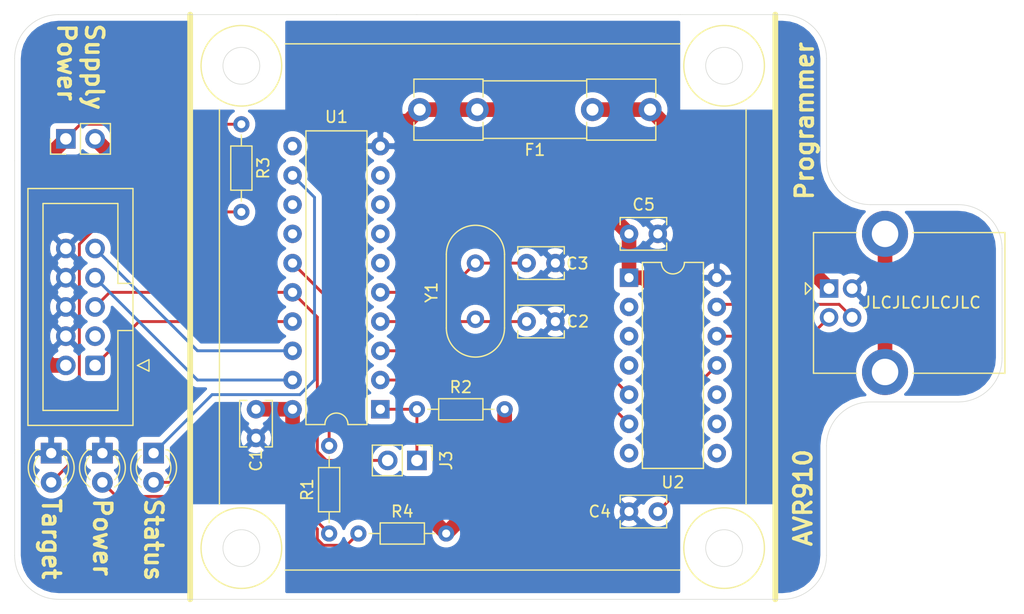
<source format=kicad_pcb>
(kicad_pcb (version 20171130) (host pcbnew "(5.1.9)-1")

  (general
    (thickness 1.6)
    (drawings 45)
    (tracks 85)
    (zones 0)
    (modules 20)
    (nets 38)
  )

  (page A4)
  (layers
    (0 F.Cu signal)
    (31 B.Cu signal)
    (32 B.Adhes user)
    (33 F.Adhes user)
    (34 B.Paste user)
    (35 F.Paste user)
    (36 B.SilkS user)
    (37 F.SilkS user)
    (38 B.Mask user)
    (39 F.Mask user)
    (40 Dwgs.User user)
    (41 Cmts.User user)
    (42 Eco1.User user)
    (43 Eco2.User user)
    (44 Edge.Cuts user)
    (45 Margin user)
    (46 B.CrtYd user)
    (47 F.CrtYd user)
    (48 B.Fab user)
    (49 F.Fab user)
  )

  (setup
    (last_trace_width 0.25)
    (user_trace_width 1.27)
    (trace_clearance 0.2)
    (zone_clearance 0.508)
    (zone_45_only no)
    (trace_min 0.2)
    (via_size 0.8)
    (via_drill 0.4)
    (via_min_size 0.4)
    (via_min_drill 0.3)
    (uvia_size 0.3)
    (uvia_drill 0.1)
    (uvias_allowed no)
    (uvia_min_size 0.2)
    (uvia_min_drill 0.1)
    (edge_width 0.05)
    (segment_width 0.2)
    (pcb_text_width 0.3)
    (pcb_text_size 1.5 1.5)
    (mod_edge_width 0.12)
    (mod_text_size 1 1)
    (mod_text_width 0.15)
    (pad_size 1.8 1.8)
    (pad_drill 0.9)
    (pad_to_mask_clearance 0)
    (aux_axis_origin 0 0)
    (visible_elements 7FFFFFFF)
    (pcbplotparams
      (layerselection 0x010fc_ffffffff)
      (usegerberextensions true)
      (usegerberattributes false)
      (usegerberadvancedattributes false)
      (creategerberjobfile false)
      (excludeedgelayer true)
      (linewidth 0.100000)
      (plotframeref false)
      (viasonmask false)
      (mode 1)
      (useauxorigin false)
      (hpglpennumber 1)
      (hpglpenspeed 20)
      (hpglpendiameter 15.000000)
      (psnegative false)
      (psa4output false)
      (plotreference true)
      (plotvalue true)
      (plotinvisibletext false)
      (padsonsilk false)
      (subtractmaskfromsilk true)
      (outputformat 1)
      (mirror false)
      (drillshape 0)
      (scaleselection 1)
      (outputdirectory "gerber/"))
  )

  (net 0 "")
  (net 1 GND)
  (net 2 +5V)
  (net 3 "Net-(C2-Pad1)")
  (net 4 "Net-(C3-Pad1)")
  (net 5 "Net-(C4-Pad2)")
  (net 6 "Net-(D1-Pad2)")
  (net 7 "Net-(D2-Pad2)")
  (net 8 "Net-(D3-Pad2)")
  (net 9 "Net-(D3-Pad1)")
  (net 10 "Net-(F1-Pad1)")
  (net 11 MOSI)
  (net 12 "Net-(J1-Pad3)")
  (net 13 ~RESET)
  (net 14 SCK)
  (net 15 MISO)
  (net 16 TARGET_PWR)
  (net 17 "Net-(J3-Pad1)")
  (net 18 D-)
  (net 19 D+)
  (net 20 "Net-(J4-Pad5)")
  (net 21 "Net-(R1-Pad1)")
  (net 22 "Net-(U1-Pad11)")
  (net 23 RX)
  (net 24 TX)
  (net 25 "Net-(U1-Pad13)")
  (net 26 "Net-(U1-Pad14)")
  (net 27 "Net-(U1-Pad6)")
  (net 28 "Net-(U1-Pad7)")
  (net 29 "Net-(U1-Pad8)")
  (net 30 "Net-(U1-Pad9)")
  (net 31 "Net-(U2-Pad8)")
  (net 32 "Net-(U2-Pad2)")
  (net 33 "Net-(U2-Pad9)")
  (net 34 "Net-(U2-Pad3)")
  (net 35 "Net-(U2-Pad10)")
  (net 36 "Net-(U2-Pad4)")
  (net 37 "Net-(U2-Pad7)")

  (net_class Default "This is the default net class."
    (clearance 0.2)
    (trace_width 0.25)
    (via_dia 0.8)
    (via_drill 0.4)
    (uvia_dia 0.3)
    (uvia_drill 0.1)
    (add_net +5V)
    (add_net D+)
    (add_net D-)
    (add_net GND)
    (add_net MISO)
    (add_net MOSI)
    (add_net "Net-(C2-Pad1)")
    (add_net "Net-(C3-Pad1)")
    (add_net "Net-(C4-Pad2)")
    (add_net "Net-(D1-Pad2)")
    (add_net "Net-(D2-Pad2)")
    (add_net "Net-(D3-Pad1)")
    (add_net "Net-(D3-Pad2)")
    (add_net "Net-(F1-Pad1)")
    (add_net "Net-(J1-Pad3)")
    (add_net "Net-(J3-Pad1)")
    (add_net "Net-(J4-Pad5)")
    (add_net "Net-(R1-Pad1)")
    (add_net "Net-(U1-Pad11)")
    (add_net "Net-(U1-Pad13)")
    (add_net "Net-(U1-Pad14)")
    (add_net "Net-(U1-Pad6)")
    (add_net "Net-(U1-Pad7)")
    (add_net "Net-(U1-Pad8)")
    (add_net "Net-(U1-Pad9)")
    (add_net "Net-(U2-Pad10)")
    (add_net "Net-(U2-Pad2)")
    (add_net "Net-(U2-Pad3)")
    (add_net "Net-(U2-Pad4)")
    (add_net "Net-(U2-Pad7)")
    (add_net "Net-(U2-Pad8)")
    (add_net "Net-(U2-Pad9)")
    (add_net RX)
    (add_net SCK)
    (add_net TARGET_PWR)
    (add_net TX)
    (add_net ~RESET)
  )

  (module Fuses_Custom:Fuseholder_Clip-5x20mm_Littelfuse_111_Inline_P20.00x5.00mm_D1.05mm_Horizontal (layer F.Cu) (tedit 5D2FACFD) (tstamp 606F5475)
    (at 90.725 34.925 180)
    (descr "Fuseholder Clips, 5x20mm Cylinder Fuse, Pins Inline, Horizontal, Littelfuse 111, https://m.littelfuse.com/~/media/electronics/datasheets/fuse_clips/littelfuse_fuse_clip_111_519_datasheet.pdf.pdf")
    (tags "fuse clip open")
    (path /606FF23C)
    (fp_text reference F1 (at 10 -3.5) (layer F.SilkS)
      (effects (font (size 1 1) (thickness 0.15)))
    )
    (fp_text value Fuse (at 10 3.5) (layer F.Fab)
      (effects (font (size 1 1) (thickness 0.15)))
    )
    (fp_line (start 14.5 2.65) (end 14.5 1.1) (layer F.SilkS) (width 0.12))
    (fp_line (start 5.5 2.65) (end 5.5 1.1) (layer F.SilkS) (width 0.12))
    (fp_line (start 20.5 -1.1) (end 20.5 -2.65) (layer F.SilkS) (width 0.12))
    (fp_line (start -0.5 2.65) (end -0.5 1.1) (layer F.SilkS) (width 0.12))
    (fp_line (start 21.25 2.9) (end -1.25 2.9) (layer F.CrtYd) (width 0.05))
    (fp_line (start 21.25 2.9) (end 21.25 -2.9) (layer F.CrtYd) (width 0.05))
    (fp_line (start -1.25 -2.9) (end -1.25 2.9) (layer F.CrtYd) (width 0.05))
    (fp_line (start -1.25 -2.9) (end 21.25 -2.9) (layer F.CrtYd) (width 0.05))
    (fp_line (start 5.5 -2.65) (end 5.5 -1.1) (layer F.SilkS) (width 0.12))
    (fp_line (start 5.5 2.65) (end -0.5 2.65) (layer F.SilkS) (width 0.12))
    (fp_line (start -0.5 -2.65) (end -0.5 -1.1) (layer F.SilkS) (width 0.12))
    (fp_line (start 5.5 -2.65) (end -0.5 -2.65) (layer F.SilkS) (width 0.12))
    (fp_line (start 20.5 1.1) (end 20.5 2.65) (layer F.SilkS) (width 0.12))
    (fp_line (start 14.5 -2.5) (end 5.5 -2.5) (layer F.SilkS) (width 0.12))
    (fp_line (start 14.5 2.5) (end 5.5 2.5) (layer F.SilkS) (width 0.12))
    (fp_line (start 20.5 -2.65) (end 14.5 -2.65) (layer F.SilkS) (width 0.12))
    (fp_line (start 14.5 2.65) (end 20.5 2.65) (layer F.SilkS) (width 0.12))
    (fp_line (start 14.5 -2.65) (end 14.5 -1.1) (layer F.SilkS) (width 0.12))
    (fp_line (start -0.5 2.65) (end -0.5 -2.65) (layer F.Fab) (width 0.1))
    (fp_line (start 5.5 2.65) (end -0.5 2.65) (layer F.Fab) (width 0.1))
    (fp_line (start 5.5 -2.65) (end 5.5 2.65) (layer F.Fab) (width 0.1))
    (fp_line (start -0.5 -2.65) (end 5.5 -2.65) (layer F.Fab) (width 0.1))
    (fp_line (start 20.5 -2.65) (end 14.5 -2.65) (layer F.Fab) (width 0.1))
    (fp_line (start 20.5 2.65) (end 20.5 -2.65) (layer F.Fab) (width 0.1))
    (fp_line (start 14.5 2.65) (end 20.5 2.65) (layer F.Fab) (width 0.1))
    (fp_line (start 14.5 -2.65) (end 14.5 2.65) (layer F.Fab) (width 0.1))
    (fp_line (start 14.5 2.5) (end 5.5 2.5) (layer F.Fab) (width 0.1))
    (fp_line (start 5.5 -2.5) (end 14.5 -2.5) (layer F.Fab) (width 0.1))
    (fp_text user %R (at 10 0) (layer F.Fab)
      (effects (font (size 1 1) (thickness 0.15)))
    )
    (pad 1 thru_hole circle (at 0 0 180) (size 2 2) (drill 1.05) (layers *.Cu *.Mask)
      (net 10 "Net-(F1-Pad1)"))
    (pad 1 thru_hole circle (at 5 0 180) (size 2 2) (drill 1.05) (layers *.Cu *.Mask)
      (net 10 "Net-(F1-Pad1)"))
    (pad 2 thru_hole circle (at 20 0 180) (size 2 2) (drill 1.05) (layers *.Cu *.Mask)
      (net 2 +5V))
    (pad 2 thru_hole circle (at 15 0 180) (size 2 2) (drill 1.05) (layers *.Cu *.Mask)
      (net 2 +5V))
    (model ${KISYS3DMOD}/Fuse.3dshapes/Fuseholder_Clip-5x20mm_Littelfuse_111_Inline_P20.00x5.00mm_D1.05mm_Horizontal.wrl
      (at (xyz 0 0 0))
      (scale (xyz 1 1 1))
      (rotate (xyz 0 0 0))
    )
  )

  (module Crystal:Crystal_HC49-4H_Vertical (layer F.Cu) (tedit 5A1AD3B7) (tstamp 606F55AB)
    (at 75.565 48.26 270)
    (descr "Crystal THT HC-49-4H http://5hertz.com/pdfs/04404_D.pdf")
    (tags "THT crystalHC-49-4H")
    (path /60757AA9)
    (fp_text reference Y1 (at 2.54 3.81 90) (layer F.SilkS)
      (effects (font (size 1 1) (thickness 0.15)))
    )
    (fp_text value 7.3728MHz (at 2.45 3.525 90) (layer F.Fab)
      (effects (font (size 1 1) (thickness 0.15)))
    )
    (fp_line (start -0.76 -2.325) (end 5.64 -2.325) (layer F.Fab) (width 0.1))
    (fp_line (start -0.76 2.325) (end 5.64 2.325) (layer F.Fab) (width 0.1))
    (fp_line (start -0.56 -2) (end 5.44 -2) (layer F.Fab) (width 0.1))
    (fp_line (start -0.56 2) (end 5.44 2) (layer F.Fab) (width 0.1))
    (fp_line (start -0.76 -2.525) (end 5.64 -2.525) (layer F.SilkS) (width 0.12))
    (fp_line (start -0.76 2.525) (end 5.64 2.525) (layer F.SilkS) (width 0.12))
    (fp_line (start -3.6 -2.8) (end -3.6 2.8) (layer F.CrtYd) (width 0.05))
    (fp_line (start -3.6 2.8) (end 8.5 2.8) (layer F.CrtYd) (width 0.05))
    (fp_line (start 8.5 2.8) (end 8.5 -2.8) (layer F.CrtYd) (width 0.05))
    (fp_line (start 8.5 -2.8) (end -3.6 -2.8) (layer F.CrtYd) (width 0.05))
    (fp_arc (start 5.64 0) (end 5.64 -2.525) (angle 180) (layer F.SilkS) (width 0.12))
    (fp_arc (start -0.76 0) (end -0.76 -2.525) (angle -180) (layer F.SilkS) (width 0.12))
    (fp_arc (start 5.44 0) (end 5.44 -2) (angle 180) (layer F.Fab) (width 0.1))
    (fp_arc (start -0.56 0) (end -0.56 -2) (angle -180) (layer F.Fab) (width 0.1))
    (fp_arc (start 5.64 0) (end 5.64 -2.325) (angle 180) (layer F.Fab) (width 0.1))
    (fp_arc (start -0.76 0) (end -0.76 -2.325) (angle -180) (layer F.Fab) (width 0.1))
    (fp_text user %R (at 2.45 0 90) (layer F.Fab)
      (effects (font (size 1 1) (thickness 0.15)))
    )
    (pad 2 thru_hole circle (at 4.88 0 270) (size 1.5 1.5) (drill 0.8) (layers *.Cu *.Mask)
      (net 3 "Net-(C2-Pad1)"))
    (pad 1 thru_hole circle (at 0 0 270) (size 1.5 1.5) (drill 0.8) (layers *.Cu *.Mask)
      (net 4 "Net-(C3-Pad1)"))
    (model ${KISYS3DMOD}/Crystal.3dshapes/Crystal_HC49-4H_Vertical.wrl
      (at (xyz 0 0 0))
      (scale (xyz 1 1 1))
      (rotate (xyz 0 0 0))
    )
  )

  (module Connector_PinHeader_2.54mm:PinHeader_1x02_P2.54mm_Vertical (layer F.Cu) (tedit 59FED5CC) (tstamp 606F54D0)
    (at 70.485 65.405 270)
    (descr "Through hole straight pin header, 1x02, 2.54mm pitch, single row")
    (tags "Through hole pin header THT 1x02 2.54mm single row")
    (path /6072B089)
    (fp_text reference J3 (at 0 -2.54 90) (layer F.SilkS)
      (effects (font (size 1 1) (thickness 0.15)))
    )
    (fp_text value Conn_01x02 (at 0 5.31 90) (layer F.Fab) hide
      (effects (font (size 1 1) (thickness 0.15)))
    )
    (fp_line (start -0.635 -1.27) (end 1.27 -1.27) (layer F.Fab) (width 0.1))
    (fp_line (start 1.27 -1.27) (end 1.27 3.81) (layer F.Fab) (width 0.1))
    (fp_line (start 1.27 3.81) (end -1.27 3.81) (layer F.Fab) (width 0.1))
    (fp_line (start -1.27 3.81) (end -1.27 -0.635) (layer F.Fab) (width 0.1))
    (fp_line (start -1.27 -0.635) (end -0.635 -1.27) (layer F.Fab) (width 0.1))
    (fp_line (start -1.33 3.87) (end 1.33 3.87) (layer F.SilkS) (width 0.12))
    (fp_line (start -1.33 1.27) (end -1.33 3.87) (layer F.SilkS) (width 0.12))
    (fp_line (start 1.33 1.27) (end 1.33 3.87) (layer F.SilkS) (width 0.12))
    (fp_line (start -1.33 1.27) (end 1.33 1.27) (layer F.SilkS) (width 0.12))
    (fp_line (start -1.33 0) (end -1.33 -1.33) (layer F.SilkS) (width 0.12))
    (fp_line (start -1.33 -1.33) (end 0 -1.33) (layer F.SilkS) (width 0.12))
    (fp_line (start -1.8 -1.8) (end -1.8 4.35) (layer F.CrtYd) (width 0.05))
    (fp_line (start -1.8 4.35) (end 1.8 4.35) (layer F.CrtYd) (width 0.05))
    (fp_line (start 1.8 4.35) (end 1.8 -1.8) (layer F.CrtYd) (width 0.05))
    (fp_line (start 1.8 -1.8) (end -1.8 -1.8) (layer F.CrtYd) (width 0.05))
    (fp_text user %R (at 0 1.27) (layer F.Fab)
      (effects (font (size 1 1) (thickness 0.15)))
    )
    (pad 2 thru_hole oval (at 0 2.54 270) (size 1.7 1.7) (drill 1) (layers *.Cu *.Mask)
      (net 13 ~RESET))
    (pad 1 thru_hole rect (at 0 0 270) (size 1.7 1.7) (drill 1) (layers *.Cu *.Mask)
      (net 17 "Net-(J3-Pad1)"))
    (model ${KISYS3DMOD}/Connector_PinHeader_2.54mm.3dshapes/PinHeader_1x02_P2.54mm_Vertical.wrl
      (at (xyz 0 0 0))
      (scale (xyz 1 1 1))
      (rotate (xyz 0 0 0))
    )
  )

  (module Connector_PinHeader_2.54mm:PinHeader_1x02_P2.54mm_Vertical (layer F.Cu) (tedit 59FED5CC) (tstamp 606F0109)
    (at 40.005 37.465 90)
    (descr "Through hole straight pin header, 1x02, 2.54mm pitch, single row")
    (tags "Through hole pin header THT 1x02 2.54mm single row")
    (path /60718149)
    (fp_text reference J2 (at 0 -1.33 90) (layer F.SilkS) hide
      (effects (font (size 1 1) (thickness 0.15)))
    )
    (fp_text value Conn_01x02 (at 0 5.08 90) (layer F.Fab) hide
      (effects (font (size 1 1) (thickness 0.15)))
    )
    (fp_line (start -0.635 -1.27) (end 1.27 -1.27) (layer F.Fab) (width 0.1))
    (fp_line (start 1.27 -1.27) (end 1.27 3.81) (layer F.Fab) (width 0.1))
    (fp_line (start 1.27 3.81) (end -1.27 3.81) (layer F.Fab) (width 0.1))
    (fp_line (start -1.27 3.81) (end -1.27 -0.635) (layer F.Fab) (width 0.1))
    (fp_line (start -1.27 -0.635) (end -0.635 -1.27) (layer F.Fab) (width 0.1))
    (fp_line (start -1.33 3.87) (end 1.33 3.87) (layer F.SilkS) (width 0.12))
    (fp_line (start -1.33 1.27) (end -1.33 3.87) (layer F.SilkS) (width 0.12))
    (fp_line (start 1.33 1.27) (end 1.33 3.87) (layer F.SilkS) (width 0.12))
    (fp_line (start -1.33 1.27) (end 1.33 1.27) (layer F.SilkS) (width 0.12))
    (fp_line (start -1.33 0) (end -1.33 -1.33) (layer F.SilkS) (width 0.12))
    (fp_line (start -1.33 -1.33) (end 0 -1.33) (layer F.SilkS) (width 0.12))
    (fp_line (start -1.8 -1.8) (end -1.8 4.35) (layer F.CrtYd) (width 0.05))
    (fp_line (start -1.8 4.35) (end 1.8 4.35) (layer F.CrtYd) (width 0.05))
    (fp_line (start 1.8 4.35) (end 1.8 -1.8) (layer F.CrtYd) (width 0.05))
    (fp_line (start 1.8 -1.8) (end -1.8 -1.8) (layer F.CrtYd) (width 0.05))
    (fp_text user %R (at 0 1.27) (layer F.Fab)
      (effects (font (size 1 1) (thickness 0.15)))
    )
    (pad 2 thru_hole oval (at 0 2.54 90) (size 1.7 1.7) (drill 1) (layers *.Cu *.Mask)
      (net 2 +5V))
    (pad 1 thru_hole rect (at 0 0 90) (size 1.7 1.7) (drill 1) (layers *.Cu *.Mask)
      (net 16 TARGET_PWR))
    (model ${KISYS3DMOD}/Connector_PinHeader_2.54mm.3dshapes/PinHeader_1x02_P2.54mm_Vertical.wrl
      (at (xyz 0 0 0))
      (scale (xyz 1 1 1))
      (rotate (xyz 0 0 0))
    )
  )

  (module Capacitor_THT:C_Disc_D3.8mm_W2.6mm_P2.50mm (layer F.Cu) (tedit 5AE50EF0) (tstamp 606F53C3)
    (at 56.515 63.46 90)
    (descr "C, Disc series, Radial, pin pitch=2.50mm, , diameter*width=3.8*2.6mm^2, Capacitor, http://www.vishay.com/docs/45233/krseries.pdf")
    (tags "C Disc series Radial pin pitch 2.50mm  diameter 3.8mm width 2.6mm Capacitor")
    (path /607F2144)
    (fp_text reference C1 (at -1.945 0 90) (layer F.SilkS)
      (effects (font (size 1 1) (thickness 0.15)))
    )
    (fp_text value 0.1uF (at 1.25 -2.54 90) (layer F.Fab)
      (effects (font (size 1 1) (thickness 0.15)))
    )
    (fp_line (start -0.65 -1.3) (end -0.65 1.3) (layer F.Fab) (width 0.1))
    (fp_line (start -0.65 1.3) (end 3.15 1.3) (layer F.Fab) (width 0.1))
    (fp_line (start 3.15 1.3) (end 3.15 -1.3) (layer F.Fab) (width 0.1))
    (fp_line (start 3.15 -1.3) (end -0.65 -1.3) (layer F.Fab) (width 0.1))
    (fp_line (start -0.77 -1.42) (end 3.27 -1.42) (layer F.SilkS) (width 0.12))
    (fp_line (start -0.77 1.42) (end 3.27 1.42) (layer F.SilkS) (width 0.12))
    (fp_line (start -0.77 -1.42) (end -0.77 -0.795) (layer F.SilkS) (width 0.12))
    (fp_line (start -0.77 0.795) (end -0.77 1.42) (layer F.SilkS) (width 0.12))
    (fp_line (start 3.27 -1.42) (end 3.27 -0.795) (layer F.SilkS) (width 0.12))
    (fp_line (start 3.27 0.795) (end 3.27 1.42) (layer F.SilkS) (width 0.12))
    (fp_line (start -1.05 -1.55) (end -1.05 1.55) (layer F.CrtYd) (width 0.05))
    (fp_line (start -1.05 1.55) (end 3.55 1.55) (layer F.CrtYd) (width 0.05))
    (fp_line (start 3.55 1.55) (end 3.55 -1.55) (layer F.CrtYd) (width 0.05))
    (fp_line (start 3.55 -1.55) (end -1.05 -1.55) (layer F.CrtYd) (width 0.05))
    (fp_text user %R (at 1.25 0 90) (layer F.Fab)
      (effects (font (size 0.76 0.76) (thickness 0.114)))
    )
    (pad 1 thru_hole circle (at 0 0 90) (size 1.6 1.6) (drill 0.8) (layers *.Cu *.Mask)
      (net 1 GND))
    (pad 2 thru_hole circle (at 2.5 0 90) (size 1.6 1.6) (drill 0.8) (layers *.Cu *.Mask)
      (net 2 +5V))
    (model ${KISYS3DMOD}/Capacitor_THT.3dshapes/C_Disc_D3.8mm_W2.6mm_P2.50mm.wrl
      (at (xyz 0 0 0))
      (scale (xyz 1 1 1))
      (rotate (xyz 0 0 0))
    )
  )

  (module Capacitor_THT:C_Disc_D3.8mm_W2.6mm_P2.50mm (layer F.Cu) (tedit 5AE50EF0) (tstamp 606F53D8)
    (at 80.01 53.34)
    (descr "C, Disc series, Radial, pin pitch=2.50mm, , diameter*width=3.8*2.6mm^2, Capacitor, http://www.vishay.com/docs/45233/krseries.pdf")
    (tags "C Disc series Radial pin pitch 2.50mm  diameter 3.8mm width 2.6mm Capacitor")
    (path /6075E5E4)
    (fp_text reference C2 (at 4.445 0) (layer F.SilkS)
      (effects (font (size 1 1) (thickness 0.15)))
    )
    (fp_text value 27pF (at 1.27 2.54) (layer F.Fab)
      (effects (font (size 1 1) (thickness 0.15)))
    )
    (fp_line (start -0.65 -1.3) (end -0.65 1.3) (layer F.Fab) (width 0.1))
    (fp_line (start -0.65 1.3) (end 3.15 1.3) (layer F.Fab) (width 0.1))
    (fp_line (start 3.15 1.3) (end 3.15 -1.3) (layer F.Fab) (width 0.1))
    (fp_line (start 3.15 -1.3) (end -0.65 -1.3) (layer F.Fab) (width 0.1))
    (fp_line (start -0.77 -1.42) (end 3.27 -1.42) (layer F.SilkS) (width 0.12))
    (fp_line (start -0.77 1.42) (end 3.27 1.42) (layer F.SilkS) (width 0.12))
    (fp_line (start -0.77 -1.42) (end -0.77 -0.795) (layer F.SilkS) (width 0.12))
    (fp_line (start -0.77 0.795) (end -0.77 1.42) (layer F.SilkS) (width 0.12))
    (fp_line (start 3.27 -1.42) (end 3.27 -0.795) (layer F.SilkS) (width 0.12))
    (fp_line (start 3.27 0.795) (end 3.27 1.42) (layer F.SilkS) (width 0.12))
    (fp_line (start -1.05 -1.55) (end -1.05 1.55) (layer F.CrtYd) (width 0.05))
    (fp_line (start -1.05 1.55) (end 3.55 1.55) (layer F.CrtYd) (width 0.05))
    (fp_line (start 3.55 1.55) (end 3.55 -1.55) (layer F.CrtYd) (width 0.05))
    (fp_line (start 3.55 -1.55) (end -1.05 -1.55) (layer F.CrtYd) (width 0.05))
    (fp_text user %R (at 1.25 0) (layer F.Fab)
      (effects (font (size 0.76 0.76) (thickness 0.114)))
    )
    (pad 1 thru_hole circle (at 0 0) (size 1.6 1.6) (drill 0.8) (layers *.Cu *.Mask)
      (net 3 "Net-(C2-Pad1)"))
    (pad 2 thru_hole circle (at 2.5 0) (size 1.6 1.6) (drill 0.8) (layers *.Cu *.Mask)
      (net 1 GND))
    (model ${KISYS3DMOD}/Capacitor_THT.3dshapes/C_Disc_D3.8mm_W2.6mm_P2.50mm.wrl
      (at (xyz 0 0 0))
      (scale (xyz 1 1 1))
      (rotate (xyz 0 0 0))
    )
  )

  (module Capacitor_THT:C_Disc_D3.8mm_W2.6mm_P2.50mm (layer F.Cu) (tedit 5AE50EF0) (tstamp 606F53ED)
    (at 80.01 48.26)
    (descr "C, Disc series, Radial, pin pitch=2.50mm, , diameter*width=3.8*2.6mm^2, Capacitor, http://www.vishay.com/docs/45233/krseries.pdf")
    (tags "C Disc series Radial pin pitch 2.50mm  diameter 3.8mm width 2.6mm Capacitor")
    (path /607617EE)
    (fp_text reference C3 (at 4.405 0.04) (layer F.SilkS)
      (effects (font (size 1 1) (thickness 0.15)))
    )
    (fp_text value 27pF (at 1.23 -2.5) (layer F.Fab)
      (effects (font (size 1 1) (thickness 0.15)))
    )
    (fp_line (start 3.55 -1.55) (end -1.05 -1.55) (layer F.CrtYd) (width 0.05))
    (fp_line (start 3.55 1.55) (end 3.55 -1.55) (layer F.CrtYd) (width 0.05))
    (fp_line (start -1.05 1.55) (end 3.55 1.55) (layer F.CrtYd) (width 0.05))
    (fp_line (start -1.05 -1.55) (end -1.05 1.55) (layer F.CrtYd) (width 0.05))
    (fp_line (start 3.27 0.795) (end 3.27 1.42) (layer F.SilkS) (width 0.12))
    (fp_line (start 3.27 -1.42) (end 3.27 -0.795) (layer F.SilkS) (width 0.12))
    (fp_line (start -0.77 0.795) (end -0.77 1.42) (layer F.SilkS) (width 0.12))
    (fp_line (start -0.77 -1.42) (end -0.77 -0.795) (layer F.SilkS) (width 0.12))
    (fp_line (start -0.77 1.42) (end 3.27 1.42) (layer F.SilkS) (width 0.12))
    (fp_line (start -0.77 -1.42) (end 3.27 -1.42) (layer F.SilkS) (width 0.12))
    (fp_line (start 3.15 -1.3) (end -0.65 -1.3) (layer F.Fab) (width 0.1))
    (fp_line (start 3.15 1.3) (end 3.15 -1.3) (layer F.Fab) (width 0.1))
    (fp_line (start -0.65 1.3) (end 3.15 1.3) (layer F.Fab) (width 0.1))
    (fp_line (start -0.65 -1.3) (end -0.65 1.3) (layer F.Fab) (width 0.1))
    (fp_text user %R (at 1.25 0) (layer F.Fab)
      (effects (font (size 0.76 0.76) (thickness 0.114)))
    )
    (pad 2 thru_hole circle (at 2.5 0) (size 1.6 1.6) (drill 0.8) (layers *.Cu *.Mask)
      (net 1 GND))
    (pad 1 thru_hole circle (at 0 0) (size 1.6 1.6) (drill 0.8) (layers *.Cu *.Mask)
      (net 4 "Net-(C3-Pad1)"))
    (model ${KISYS3DMOD}/Capacitor_THT.3dshapes/C_Disc_D3.8mm_W2.6mm_P2.50mm.wrl
      (at (xyz 0 0 0))
      (scale (xyz 1 1 1))
      (rotate (xyz 0 0 0))
    )
  )

  (module Capacitor_THT:C_Disc_D3.8mm_W2.6mm_P2.50mm (layer F.Cu) (tedit 5AE50EF0) (tstamp 606F5402)
    (at 88.9 69.85)
    (descr "C, Disc series, Radial, pin pitch=2.50mm, , diameter*width=3.8*2.6mm^2, Capacitor, http://www.vishay.com/docs/45233/krseries.pdf")
    (tags "C Disc series Radial pin pitch 2.50mm  diameter 3.8mm width 2.6mm Capacitor")
    (path /607AAC2D)
    (fp_text reference C4 (at -2.54 0) (layer F.SilkS)
      (effects (font (size 1 1) (thickness 0.15)))
    )
    (fp_text value 0.1uF (at 1.25 2.55) (layer F.Fab)
      (effects (font (size 1 1) (thickness 0.15)))
    )
    (fp_line (start -0.65 -1.3) (end -0.65 1.3) (layer F.Fab) (width 0.1))
    (fp_line (start -0.65 1.3) (end 3.15 1.3) (layer F.Fab) (width 0.1))
    (fp_line (start 3.15 1.3) (end 3.15 -1.3) (layer F.Fab) (width 0.1))
    (fp_line (start 3.15 -1.3) (end -0.65 -1.3) (layer F.Fab) (width 0.1))
    (fp_line (start -0.77 -1.42) (end 3.27 -1.42) (layer F.SilkS) (width 0.12))
    (fp_line (start -0.77 1.42) (end 3.27 1.42) (layer F.SilkS) (width 0.12))
    (fp_line (start -0.77 -1.42) (end -0.77 -0.795) (layer F.SilkS) (width 0.12))
    (fp_line (start -0.77 0.795) (end -0.77 1.42) (layer F.SilkS) (width 0.12))
    (fp_line (start 3.27 -1.42) (end 3.27 -0.795) (layer F.SilkS) (width 0.12))
    (fp_line (start 3.27 0.795) (end 3.27 1.42) (layer F.SilkS) (width 0.12))
    (fp_line (start -1.05 -1.55) (end -1.05 1.55) (layer F.CrtYd) (width 0.05))
    (fp_line (start -1.05 1.55) (end 3.55 1.55) (layer F.CrtYd) (width 0.05))
    (fp_line (start 3.55 1.55) (end 3.55 -1.55) (layer F.CrtYd) (width 0.05))
    (fp_line (start 3.55 -1.55) (end -1.05 -1.55) (layer F.CrtYd) (width 0.05))
    (fp_text user %R (at 1.25 0) (layer F.Fab)
      (effects (font (size 0.76 0.76) (thickness 0.114)))
    )
    (pad 1 thru_hole circle (at 0 0) (size 1.6 1.6) (drill 0.8) (layers *.Cu *.Mask)
      (net 1 GND))
    (pad 2 thru_hole circle (at 2.5 0) (size 1.6 1.6) (drill 0.8) (layers *.Cu *.Mask)
      (net 5 "Net-(C4-Pad2)"))
    (model ${KISYS3DMOD}/Capacitor_THT.3dshapes/C_Disc_D3.8mm_W2.6mm_P2.50mm.wrl
      (at (xyz 0 0 0))
      (scale (xyz 1 1 1))
      (rotate (xyz 0 0 0))
    )
  )

  (module Capacitor_THT:C_Disc_D3.8mm_W2.6mm_P2.50mm (layer F.Cu) (tedit 5AE50EF0) (tstamp 606F5417)
    (at 88.9 45.72)
    (descr "C, Disc series, Radial, pin pitch=2.50mm, , diameter*width=3.8*2.6mm^2, Capacitor, http://www.vishay.com/docs/45233/krseries.pdf")
    (tags "C Disc series Radial pin pitch 2.50mm  diameter 3.8mm width 2.6mm Capacitor")
    (path /607B8B41)
    (fp_text reference C5 (at 1.27 -2.54) (layer F.SilkS)
      (effects (font (size 1 1) (thickness 0.15)))
    )
    (fp_text value 0.1uF (at 1.23 -2.54) (layer F.Fab)
      (effects (font (size 1 1) (thickness 0.15)))
    )
    (fp_line (start 3.55 -1.55) (end -1.05 -1.55) (layer F.CrtYd) (width 0.05))
    (fp_line (start 3.55 1.55) (end 3.55 -1.55) (layer F.CrtYd) (width 0.05))
    (fp_line (start -1.05 1.55) (end 3.55 1.55) (layer F.CrtYd) (width 0.05))
    (fp_line (start -1.05 -1.55) (end -1.05 1.55) (layer F.CrtYd) (width 0.05))
    (fp_line (start 3.27 0.795) (end 3.27 1.42) (layer F.SilkS) (width 0.12))
    (fp_line (start 3.27 -1.42) (end 3.27 -0.795) (layer F.SilkS) (width 0.12))
    (fp_line (start -0.77 0.795) (end -0.77 1.42) (layer F.SilkS) (width 0.12))
    (fp_line (start -0.77 -1.42) (end -0.77 -0.795) (layer F.SilkS) (width 0.12))
    (fp_line (start -0.77 1.42) (end 3.27 1.42) (layer F.SilkS) (width 0.12))
    (fp_line (start -0.77 -1.42) (end 3.27 -1.42) (layer F.SilkS) (width 0.12))
    (fp_line (start 3.15 -1.3) (end -0.65 -1.3) (layer F.Fab) (width 0.1))
    (fp_line (start 3.15 1.3) (end 3.15 -1.3) (layer F.Fab) (width 0.1))
    (fp_line (start -0.65 1.3) (end 3.15 1.3) (layer F.Fab) (width 0.1))
    (fp_line (start -0.65 -1.3) (end -0.65 1.3) (layer F.Fab) (width 0.1))
    (fp_text user %R (at 1.25 0) (layer F.Fab)
      (effects (font (size 0.76 0.76) (thickness 0.114)))
    )
    (pad 2 thru_hole circle (at 2.5 0) (size 1.6 1.6) (drill 0.8) (layers *.Cu *.Mask)
      (net 1 GND))
    (pad 1 thru_hole circle (at 0 0) (size 1.6 1.6) (drill 0.8) (layers *.Cu *.Mask)
      (net 2 +5V))
    (model ${KISYS3DMOD}/Capacitor_THT.3dshapes/C_Disc_D3.8mm_W2.6mm_P2.50mm.wrl
      (at (xyz 0 0 0))
      (scale (xyz 1 1 1))
      (rotate (xyz 0 0 0))
    )
  )

  (module LED_THT:LED_D3.0mm (layer F.Cu) (tedit 587A3A7B) (tstamp 606F542A)
    (at 38.735 64.77 270)
    (descr "LED, diameter 3.0mm, 2 pins")
    (tags "LED diameter 3.0mm 2 pins")
    (path /606EFB70)
    (fp_text reference D1 (at 1.27 1.27 90) (layer F.SilkS) hide
      (effects (font (size 1 1) (thickness 0.15)))
    )
    (fp_text value LED (at 1.27 0 90) (layer F.Fab) hide
      (effects (font (size 1 1) (thickness 0.15)))
    )
    (fp_circle (center 1.27 0) (end 2.77 0) (layer F.Fab) (width 0.1))
    (fp_line (start -0.23 -1.16619) (end -0.23 1.16619) (layer F.Fab) (width 0.1))
    (fp_line (start -0.29 -1.236) (end -0.29 -1.08) (layer F.SilkS) (width 0.12))
    (fp_line (start -0.29 1.08) (end -0.29 1.236) (layer F.SilkS) (width 0.12))
    (fp_line (start -1.15 -2.25) (end -1.15 2.25) (layer F.CrtYd) (width 0.05))
    (fp_line (start -1.15 2.25) (end 3.7 2.25) (layer F.CrtYd) (width 0.05))
    (fp_line (start 3.7 2.25) (end 3.7 -2.25) (layer F.CrtYd) (width 0.05))
    (fp_line (start 3.7 -2.25) (end -1.15 -2.25) (layer F.CrtYd) (width 0.05))
    (fp_arc (start 1.27 0) (end -0.23 -1.16619) (angle 284.3) (layer F.Fab) (width 0.1))
    (fp_arc (start 1.27 0) (end -0.29 -1.235516) (angle 108.8) (layer F.SilkS) (width 0.12))
    (fp_arc (start 1.27 0) (end -0.29 1.235516) (angle -108.8) (layer F.SilkS) (width 0.12))
    (fp_arc (start 1.27 0) (end 0.229039 -1.08) (angle 87.9) (layer F.SilkS) (width 0.12))
    (fp_arc (start 1.27 0) (end 0.229039 1.08) (angle -87.9) (layer F.SilkS) (width 0.12))
    (pad 1 thru_hole rect (at 0 0 270) (size 1.8 1.8) (drill 0.9) (layers *.Cu *.Mask)
      (net 1 GND))
    (pad 2 thru_hole circle (at 2.54 0 270) (size 1.8 1.8) (drill 0.9) (layers *.Cu *.Mask)
      (net 6 "Net-(D1-Pad2)"))
    (model ${KISYS3DMOD}/LED_THT.3dshapes/LED_D3.0mm.wrl
      (at (xyz 0 0 0))
      (scale (xyz 1 1 1))
      (rotate (xyz 0 0 0))
    )
  )

  (module LED_THT:LED_D3.0mm (layer F.Cu) (tedit 587A3A7B) (tstamp 606F543D)
    (at 43.18 64.77 270)
    (descr "LED, diameter 3.0mm, 2 pins")
    (tags "LED diameter 3.0mm 2 pins")
    (path /60755DF3)
    (fp_text reference D2 (at 1.27 1.27 90) (layer F.SilkS) hide
      (effects (font (size 1 1) (thickness 0.15)))
    )
    (fp_text value LED (at 1.27 0 90) (layer F.Fab) hide
      (effects (font (size 1 1) (thickness 0.15)))
    )
    (fp_circle (center 1.27 0) (end 2.77 0) (layer F.Fab) (width 0.1))
    (fp_line (start -0.23 -1.16619) (end -0.23 1.16619) (layer F.Fab) (width 0.1))
    (fp_line (start -0.29 -1.236) (end -0.29 -1.08) (layer F.SilkS) (width 0.12))
    (fp_line (start -0.29 1.08) (end -0.29 1.236) (layer F.SilkS) (width 0.12))
    (fp_line (start -1.15 -2.25) (end -1.15 2.25) (layer F.CrtYd) (width 0.05))
    (fp_line (start -1.15 2.25) (end 3.7 2.25) (layer F.CrtYd) (width 0.05))
    (fp_line (start 3.7 2.25) (end 3.7 -2.25) (layer F.CrtYd) (width 0.05))
    (fp_line (start 3.7 -2.25) (end -1.15 -2.25) (layer F.CrtYd) (width 0.05))
    (fp_arc (start 1.27 0) (end -0.23 -1.16619) (angle 284.3) (layer F.Fab) (width 0.1))
    (fp_arc (start 1.27 0) (end -0.29 -1.235516) (angle 108.8) (layer F.SilkS) (width 0.12))
    (fp_arc (start 1.27 0) (end -0.29 1.235516) (angle -108.8) (layer F.SilkS) (width 0.12))
    (fp_arc (start 1.27 0) (end 0.229039 -1.08) (angle 87.9) (layer F.SilkS) (width 0.12))
    (fp_arc (start 1.27 0) (end 0.229039 1.08) (angle -87.9) (layer F.SilkS) (width 0.12))
    (pad 1 thru_hole rect (at 0 0 270) (size 1.8 1.8) (drill 0.9) (layers *.Cu *.Mask)
      (net 1 GND))
    (pad 2 thru_hole circle (at 2.54 0 270) (size 1.8 1.8) (drill 0.9) (layers *.Cu *.Mask)
      (net 7 "Net-(D2-Pad2)"))
    (model ${KISYS3DMOD}/LED_THT.3dshapes/LED_D3.0mm.wrl
      (at (xyz 0 0 0))
      (scale (xyz 1 1 1))
      (rotate (xyz 0 0 0))
    )
  )

  (module LED_THT:LED_D3.0mm (layer F.Cu) (tedit 587A3A7B) (tstamp 606F5450)
    (at 47.625 64.77 270)
    (descr "LED, diameter 3.0mm, 2 pins")
    (tags "LED diameter 3.0mm 2 pins")
    (path /6073F6E0)
    (fp_text reference D3 (at 1.27 1.27 90) (layer F.SilkS) hide
      (effects (font (size 1 1) (thickness 0.15)))
    )
    (fp_text value LED (at 1.27 0 90) (layer F.Fab) hide
      (effects (font (size 1 1) (thickness 0.15)))
    )
    (fp_line (start 3.7 -2.25) (end -1.15 -2.25) (layer F.CrtYd) (width 0.05))
    (fp_line (start 3.7 2.25) (end 3.7 -2.25) (layer F.CrtYd) (width 0.05))
    (fp_line (start -1.15 2.25) (end 3.7 2.25) (layer F.CrtYd) (width 0.05))
    (fp_line (start -1.15 -2.25) (end -1.15 2.25) (layer F.CrtYd) (width 0.05))
    (fp_line (start -0.29 1.08) (end -0.29 1.236) (layer F.SilkS) (width 0.12))
    (fp_line (start -0.29 -1.236) (end -0.29 -1.08) (layer F.SilkS) (width 0.12))
    (fp_line (start -0.23 -1.16619) (end -0.23 1.16619) (layer F.Fab) (width 0.1))
    (fp_circle (center 1.27 0) (end 2.77 0) (layer F.Fab) (width 0.1))
    (fp_arc (start 1.27 0) (end 0.229039 1.08) (angle -87.9) (layer F.SilkS) (width 0.12))
    (fp_arc (start 1.27 0) (end 0.229039 -1.08) (angle 87.9) (layer F.SilkS) (width 0.12))
    (fp_arc (start 1.27 0) (end -0.29 1.235516) (angle -108.8) (layer F.SilkS) (width 0.12))
    (fp_arc (start 1.27 0) (end -0.29 -1.235516) (angle 108.8) (layer F.SilkS) (width 0.12))
    (fp_arc (start 1.27 0) (end -0.23 -1.16619) (angle 284.3) (layer F.Fab) (width 0.1))
    (pad 2 thru_hole circle (at 2.54 0 270) (size 1.8 1.8) (drill 0.9) (layers *.Cu *.Mask)
      (net 8 "Net-(D3-Pad2)"))
    (pad 1 thru_hole rect (at 0 0 270) (size 1.8 1.8) (drill 0.9) (layers *.Cu *.Mask)
      (net 9 "Net-(D3-Pad1)"))
    (model ${KISYS3DMOD}/LED_THT.3dshapes/LED_D3.0mm.wrl
      (at (xyz 0 0 0))
      (scale (xyz 1 1 1))
      (rotate (xyz 0 0 0))
    )
  )

  (module Connector_IDC:IDC-Header_2x05_P2.54mm_Vertical (layer F.Cu) (tedit 5EAC9A07) (tstamp 606F54A4)
    (at 42.545 57.15 180)
    (descr "Through hole IDC box header, 2x05, 2.54mm pitch, DIN 41651 / IEC 60603-13, double rows, https://docs.google.com/spreadsheets/d/16SsEcesNF15N3Lb4niX7dcUr-NY5_MFPQhobNuNppn4/edit#gid=0")
    (tags "Through hole vertical IDC box header THT 2x05 2.54mm double row")
    (path /60713AAB)
    (fp_text reference J1 (at 1.27 -2.54) (layer F.SilkS) hide
      (effects (font (size 1 1) (thickness 0.15)))
    )
    (fp_text value Conn_02x05_Odd_Even (at 5.08 5.715 90) (layer F.Fab) hide
      (effects (font (size 1 1) (thickness 0.15)))
    )
    (fp_line (start -3.18 -4.1) (end -2.18 -5.1) (layer F.Fab) (width 0.1))
    (fp_line (start -2.18 -5.1) (end 5.72 -5.1) (layer F.Fab) (width 0.1))
    (fp_line (start 5.72 -5.1) (end 5.72 15.26) (layer F.Fab) (width 0.1))
    (fp_line (start 5.72 15.26) (end -3.18 15.26) (layer F.Fab) (width 0.1))
    (fp_line (start -3.18 15.26) (end -3.18 -4.1) (layer F.Fab) (width 0.1))
    (fp_line (start -3.18 3.03) (end -1.98 3.03) (layer F.Fab) (width 0.1))
    (fp_line (start -1.98 3.03) (end -1.98 -3.91) (layer F.Fab) (width 0.1))
    (fp_line (start -1.98 -3.91) (end 4.52 -3.91) (layer F.Fab) (width 0.1))
    (fp_line (start 4.52 -3.91) (end 4.52 14.07) (layer F.Fab) (width 0.1))
    (fp_line (start 4.52 14.07) (end -1.98 14.07) (layer F.Fab) (width 0.1))
    (fp_line (start -1.98 14.07) (end -1.98 7.13) (layer F.Fab) (width 0.1))
    (fp_line (start -1.98 7.13) (end -1.98 7.13) (layer F.Fab) (width 0.1))
    (fp_line (start -1.98 7.13) (end -3.18 7.13) (layer F.Fab) (width 0.1))
    (fp_line (start -3.29 -5.21) (end 5.83 -5.21) (layer F.SilkS) (width 0.12))
    (fp_line (start 5.83 -5.21) (end 5.83 15.37) (layer F.SilkS) (width 0.12))
    (fp_line (start 5.83 15.37) (end -3.29 15.37) (layer F.SilkS) (width 0.12))
    (fp_line (start -3.29 15.37) (end -3.29 -5.21) (layer F.SilkS) (width 0.12))
    (fp_line (start -3.29 3.03) (end -1.98 3.03) (layer F.SilkS) (width 0.12))
    (fp_line (start -1.98 3.03) (end -1.98 -3.91) (layer F.SilkS) (width 0.12))
    (fp_line (start -1.98 -3.91) (end 4.52 -3.91) (layer F.SilkS) (width 0.12))
    (fp_line (start 4.52 -3.91) (end 4.52 14.07) (layer F.SilkS) (width 0.12))
    (fp_line (start 4.52 14.07) (end -1.98 14.07) (layer F.SilkS) (width 0.12))
    (fp_line (start -1.98 14.07) (end -1.98 7.13) (layer F.SilkS) (width 0.12))
    (fp_line (start -1.98 7.13) (end -1.98 7.13) (layer F.SilkS) (width 0.12))
    (fp_line (start -1.98 7.13) (end -3.29 7.13) (layer F.SilkS) (width 0.12))
    (fp_line (start -3.68 0) (end -4.68 -0.5) (layer F.SilkS) (width 0.12))
    (fp_line (start -4.68 -0.5) (end -4.68 0.5) (layer F.SilkS) (width 0.12))
    (fp_line (start -4.68 0.5) (end -3.68 0) (layer F.SilkS) (width 0.12))
    (fp_line (start -3.68 -5.6) (end -3.68 15.76) (layer F.CrtYd) (width 0.05))
    (fp_line (start -3.68 15.76) (end 6.22 15.76) (layer F.CrtYd) (width 0.05))
    (fp_line (start 6.22 15.76) (end 6.22 -5.6) (layer F.CrtYd) (width 0.05))
    (fp_line (start 6.22 -5.6) (end -3.68 -5.6) (layer F.CrtYd) (width 0.05))
    (fp_text user %R (at 1.27 5.08 90) (layer F.Fab)
      (effects (font (size 1 1) (thickness 0.15)))
    )
    (pad 1 thru_hole roundrect (at 0 0 180) (size 1.7 1.7) (drill 1) (layers *.Cu *.Mask) (roundrect_rratio 0.1470588235294118)
      (net 11 MOSI))
    (pad 3 thru_hole circle (at 0 2.54 180) (size 1.7 1.7) (drill 1) (layers *.Cu *.Mask)
      (net 12 "Net-(J1-Pad3)"))
    (pad 5 thru_hole circle (at 0 5.08 180) (size 1.7 1.7) (drill 1) (layers *.Cu *.Mask)
      (net 13 ~RESET))
    (pad 7 thru_hole circle (at 0 7.62 180) (size 1.7 1.7) (drill 1) (layers *.Cu *.Mask)
      (net 14 SCK))
    (pad 9 thru_hole circle (at 0 10.16 180) (size 1.7 1.7) (drill 1) (layers *.Cu *.Mask)
      (net 15 MISO))
    (pad 2 thru_hole circle (at 2.54 0 180) (size 1.7 1.7) (drill 1) (layers *.Cu *.Mask)
      (net 16 TARGET_PWR))
    (pad 4 thru_hole circle (at 2.54 2.54 180) (size 1.7 1.7) (drill 1) (layers *.Cu *.Mask)
      (net 1 GND))
    (pad 6 thru_hole circle (at 2.54 5.08 180) (size 1.7 1.7) (drill 1) (layers *.Cu *.Mask)
      (net 1 GND))
    (pad 8 thru_hole circle (at 2.54 7.62 180) (size 1.7 1.7) (drill 1) (layers *.Cu *.Mask)
      (net 1 GND))
    (pad 10 thru_hole circle (at 2.54 10.16 180) (size 1.7 1.7) (drill 1) (layers *.Cu *.Mask)
      (net 1 GND))
    (model ${KISYS3DMOD}/Connector_IDC.3dshapes/IDC-Header_2x05_P2.54mm_Vertical.wrl
      (at (xyz 0 0 0))
      (scale (xyz 1 1 1))
      (rotate (xyz 0 0 0))
    )
  )

  (module Connector_USB:USB_B_Lumberg_2411_02_Horizontal (layer F.Cu) (tedit 5E6EAC30) (tstamp 606F54EE)
    (at 106.265 50.47)
    (descr "USB 2.0 receptacle type B, horizontal version, through-hole, https://downloads.lumberg.com/datenblaetter/en/2411_02.pdf")
    (tags "USB B receptacle horizontal through-hole")
    (path /606E58DE)
    (fp_text reference J4 (at 7.5 -7.65) (layer F.SilkS) hide
      (effects (font (size 1 1) (thickness 0.15)))
    )
    (fp_text value USB_B (at 11.21 -3.48) (layer F.Fab)
      (effects (font (size 1 1) (thickness 0.15)))
    )
    (fp_line (start -1.24 7.25) (end -1.24 -4.75) (layer F.Fab) (width 0.1))
    (fp_line (start -1.24 -4.75) (end 15.16 -4.75) (layer F.Fab) (width 0.1))
    (fp_line (start 15.16 -4.75) (end 15.16 7.25) (layer F.Fab) (width 0.1))
    (fp_line (start 15.16 7.25) (end -1.24 7.25) (layer F.Fab) (width 0.1))
    (fp_line (start -1.24 0.49) (end -0.75 0) (layer F.Fab) (width 0.1))
    (fp_line (start -0.75 0) (end -1.24 -0.49) (layer F.Fab) (width 0.1))
    (fp_line (start -1.35 7.36) (end -1.35 -4.86) (layer F.SilkS) (width 0.12))
    (fp_line (start -1.35 7.36) (end 2.4 7.36) (layer F.SilkS) (width 0.12))
    (fp_line (start -1.35 -4.86) (end 2.4 -4.86) (layer F.SilkS) (width 0.12))
    (fp_line (start 15.27 7.36) (end 15.27 -4.86) (layer F.SilkS) (width 0.12))
    (fp_line (start 15.27 -4.86) (end 7.3 -4.86) (layer F.SilkS) (width 0.12))
    (fp_line (start 15.27 7.36) (end 7.3 7.36) (layer F.SilkS) (width 0.12))
    (fp_line (start -1.55 0) (end -2.05 -0.5) (layer F.SilkS) (width 0.12))
    (fp_line (start -2.05 -0.5) (end -2.05 0.5) (layer F.SilkS) (width 0.12))
    (fp_line (start -2.05 0.5) (end -1.55 0) (layer F.SilkS) (width 0.12))
    (fp_line (start -1.74 9.75) (end 15.66 9.75) (layer F.CrtYd) (width 0.05))
    (fp_line (start 15.66 9.75) (end 15.66 -7.25) (layer F.CrtYd) (width 0.05))
    (fp_line (start 15.66 -7.25) (end -1.74 -7.25) (layer F.CrtYd) (width 0.05))
    (fp_line (start -1.74 -7.25) (end -1.74 9.75) (layer F.CrtYd) (width 0.05))
    (fp_text user %R (at 7.5 1.25 180) (layer F.Fab)
      (effects (font (size 1 1) (thickness 0.15)))
    )
    (pad 1 thru_hole rect (at 0 0 90) (size 1.6 1.6) (drill 0.95) (layers *.Cu *.Mask)
      (net 10 "Net-(F1-Pad1)"))
    (pad 2 thru_hole circle (at 0 2.5 90) (size 1.6 1.6) (drill 0.95) (layers *.Cu *.Mask)
      (net 18 D-))
    (pad 3 thru_hole circle (at 2 2.5 90) (size 1.6 1.6) (drill 0.95) (layers *.Cu *.Mask)
      (net 19 D+))
    (pad 4 thru_hole circle (at 2 0 90) (size 1.6 1.6) (drill 0.95) (layers *.Cu *.Mask)
      (net 1 GND))
    (pad 5 thru_hole circle (at 4.86 7.25 90) (size 4 4) (drill 2.3) (layers *.Cu *.Mask)
      (net 20 "Net-(J4-Pad5)"))
    (pad 5 thru_hole circle (at 4.86 -4.75 90) (size 4 4) (drill 2.3) (layers *.Cu *.Mask)
      (net 20 "Net-(J4-Pad5)"))
    (model ${KISYS3DMOD}/Connector_USB.3dshapes/USB_B_Lumberg_2411_02_Horizontal.wrl
      (at (xyz 0 0 0))
      (scale (xyz 1 1 1))
      (rotate (xyz 0 0 0))
    )
  )

  (module Resistor_THT:R_Axial_DIN0204_L3.6mm_D1.6mm_P7.62mm_Horizontal (layer F.Cu) (tedit 5AE5139B) (tstamp 606F5505)
    (at 62.865 64.135 270)
    (descr "Resistor, Axial_DIN0204 series, Axial, Horizontal, pin pitch=7.62mm, 0.167W, length*diameter=3.6*1.6mm^2, http://cdn-reichelt.de/documents/datenblatt/B400/1_4W%23YAG.pdf")
    (tags "Resistor Axial_DIN0204 series Axial Horizontal pin pitch 7.62mm 0.167W length 3.6mm diameter 1.6mm")
    (path /60750495)
    (fp_text reference R1 (at 3.81 1.905 90) (layer F.SilkS)
      (effects (font (size 1 1) (thickness 0.15)))
    )
    (fp_text value ?Ω (at 3.81 1.905 90) (layer F.Fab)
      (effects (font (size 1 1) (thickness 0.15)))
    )
    (fp_line (start 8.57 -1.05) (end -0.95 -1.05) (layer F.CrtYd) (width 0.05))
    (fp_line (start 8.57 1.05) (end 8.57 -1.05) (layer F.CrtYd) (width 0.05))
    (fp_line (start -0.95 1.05) (end 8.57 1.05) (layer F.CrtYd) (width 0.05))
    (fp_line (start -0.95 -1.05) (end -0.95 1.05) (layer F.CrtYd) (width 0.05))
    (fp_line (start 6.68 0) (end 5.73 0) (layer F.SilkS) (width 0.12))
    (fp_line (start 0.94 0) (end 1.89 0) (layer F.SilkS) (width 0.12))
    (fp_line (start 5.73 -0.92) (end 1.89 -0.92) (layer F.SilkS) (width 0.12))
    (fp_line (start 5.73 0.92) (end 5.73 -0.92) (layer F.SilkS) (width 0.12))
    (fp_line (start 1.89 0.92) (end 5.73 0.92) (layer F.SilkS) (width 0.12))
    (fp_line (start 1.89 -0.92) (end 1.89 0.92) (layer F.SilkS) (width 0.12))
    (fp_line (start 7.62 0) (end 5.61 0) (layer F.Fab) (width 0.1))
    (fp_line (start 0 0) (end 2.01 0) (layer F.Fab) (width 0.1))
    (fp_line (start 5.61 -0.8) (end 2.01 -0.8) (layer F.Fab) (width 0.1))
    (fp_line (start 5.61 0.8) (end 5.61 -0.8) (layer F.Fab) (width 0.1))
    (fp_line (start 2.01 0.8) (end 5.61 0.8) (layer F.Fab) (width 0.1))
    (fp_line (start 2.01 -0.8) (end 2.01 0.8) (layer F.Fab) (width 0.1))
    (fp_text user %R (at 3.81 0 90) (layer F.Fab)
      (effects (font (size 0.72 0.72) (thickness 0.108)))
    )
    (pad 2 thru_hole oval (at 7.62 0 270) (size 1.4 1.4) (drill 0.7) (layers *.Cu *.Mask)
      (net 8 "Net-(D3-Pad2)"))
    (pad 1 thru_hole circle (at 0 0 270) (size 1.4 1.4) (drill 0.7) (layers *.Cu *.Mask)
      (net 21 "Net-(R1-Pad1)"))
    (model ${KISYS3DMOD}/Resistor_THT.3dshapes/R_Axial_DIN0204_L3.6mm_D1.6mm_P7.62mm_Horizontal.wrl
      (at (xyz 0 0 0))
      (scale (xyz 1 1 1))
      (rotate (xyz 0 0 0))
    )
  )

  (module Resistor_THT:R_Axial_DIN0204_L3.6mm_D1.6mm_P7.62mm_Horizontal (layer F.Cu) (tedit 5AE5139B) (tstamp 606F551C)
    (at 70.485 60.96)
    (descr "Resistor, Axial_DIN0204 series, Axial, Horizontal, pin pitch=7.62mm, 0.167W, length*diameter=3.6*1.6mm^2, http://cdn-reichelt.de/documents/datenblatt/B400/1_4W%23YAG.pdf")
    (tags "Resistor Axial_DIN0204 series Axial Horizontal pin pitch 7.62mm 0.167W length 3.6mm diameter 1.6mm")
    (path /6071F8D5)
    (fp_text reference R2 (at 3.81 -1.92) (layer F.SilkS)
      (effects (font (size 1 1) (thickness 0.15)))
    )
    (fp_text value 10kΩ (at 3.81 1.92) (layer F.Fab)
      (effects (font (size 1 1) (thickness 0.15)))
    )
    (fp_line (start 2.01 -0.8) (end 2.01 0.8) (layer F.Fab) (width 0.1))
    (fp_line (start 2.01 0.8) (end 5.61 0.8) (layer F.Fab) (width 0.1))
    (fp_line (start 5.61 0.8) (end 5.61 -0.8) (layer F.Fab) (width 0.1))
    (fp_line (start 5.61 -0.8) (end 2.01 -0.8) (layer F.Fab) (width 0.1))
    (fp_line (start 0 0) (end 2.01 0) (layer F.Fab) (width 0.1))
    (fp_line (start 7.62 0) (end 5.61 0) (layer F.Fab) (width 0.1))
    (fp_line (start 1.89 -0.92) (end 1.89 0.92) (layer F.SilkS) (width 0.12))
    (fp_line (start 1.89 0.92) (end 5.73 0.92) (layer F.SilkS) (width 0.12))
    (fp_line (start 5.73 0.92) (end 5.73 -0.92) (layer F.SilkS) (width 0.12))
    (fp_line (start 5.73 -0.92) (end 1.89 -0.92) (layer F.SilkS) (width 0.12))
    (fp_line (start 0.94 0) (end 1.89 0) (layer F.SilkS) (width 0.12))
    (fp_line (start 6.68 0) (end 5.73 0) (layer F.SilkS) (width 0.12))
    (fp_line (start -0.95 -1.05) (end -0.95 1.05) (layer F.CrtYd) (width 0.05))
    (fp_line (start -0.95 1.05) (end 8.57 1.05) (layer F.CrtYd) (width 0.05))
    (fp_line (start 8.57 1.05) (end 8.57 -1.05) (layer F.CrtYd) (width 0.05))
    (fp_line (start 8.57 -1.05) (end -0.95 -1.05) (layer F.CrtYd) (width 0.05))
    (fp_text user %R (at 3.81 0) (layer F.Fab)
      (effects (font (size 0.72 0.72) (thickness 0.108)))
    )
    (pad 1 thru_hole circle (at 0 0) (size 1.4 1.4) (drill 0.7) (layers *.Cu *.Mask)
      (net 17 "Net-(J3-Pad1)"))
    (pad 2 thru_hole oval (at 7.62 0) (size 1.4 1.4) (drill 0.7) (layers *.Cu *.Mask)
      (net 2 +5V))
    (model ${KISYS3DMOD}/Resistor_THT.3dshapes/R_Axial_DIN0204_L3.6mm_D1.6mm_P7.62mm_Horizontal.wrl
      (at (xyz 0 0 0))
      (scale (xyz 1 1 1))
      (rotate (xyz 0 0 0))
    )
  )

  (module Resistor_THT:R_Axial_DIN0204_L3.6mm_D1.6mm_P7.62mm_Horizontal (layer F.Cu) (tedit 5AE5139B) (tstamp 606F5533)
    (at 55.245 43.815 90)
    (descr "Resistor, Axial_DIN0204 series, Axial, Horizontal, pin pitch=7.62mm, 0.167W, length*diameter=3.6*1.6mm^2, http://cdn-reichelt.de/documents/datenblatt/B400/1_4W%23YAG.pdf")
    (tags "Resistor Axial_DIN0204 series Axial Horizontal pin pitch 7.62mm 0.167W length 3.6mm diameter 1.6mm")
    (path /60702DC1)
    (fp_text reference R3 (at 3.81 1.905 90) (layer F.SilkS)
      (effects (font (size 1 1) (thickness 0.15)))
    )
    (fp_text value ?Ω (at 3.81 1.92 90) (layer F.Fab)
      (effects (font (size 1 1) (thickness 0.15)))
    )
    (fp_line (start 8.57 -1.05) (end -0.95 -1.05) (layer F.CrtYd) (width 0.05))
    (fp_line (start 8.57 1.05) (end 8.57 -1.05) (layer F.CrtYd) (width 0.05))
    (fp_line (start -0.95 1.05) (end 8.57 1.05) (layer F.CrtYd) (width 0.05))
    (fp_line (start -0.95 -1.05) (end -0.95 1.05) (layer F.CrtYd) (width 0.05))
    (fp_line (start 6.68 0) (end 5.73 0) (layer F.SilkS) (width 0.12))
    (fp_line (start 0.94 0) (end 1.89 0) (layer F.SilkS) (width 0.12))
    (fp_line (start 5.73 -0.92) (end 1.89 -0.92) (layer F.SilkS) (width 0.12))
    (fp_line (start 5.73 0.92) (end 5.73 -0.92) (layer F.SilkS) (width 0.12))
    (fp_line (start 1.89 0.92) (end 5.73 0.92) (layer F.SilkS) (width 0.12))
    (fp_line (start 1.89 -0.92) (end 1.89 0.92) (layer F.SilkS) (width 0.12))
    (fp_line (start 7.62 0) (end 5.61 0) (layer F.Fab) (width 0.1))
    (fp_line (start 0 0) (end 2.01 0) (layer F.Fab) (width 0.1))
    (fp_line (start 5.61 -0.8) (end 2.01 -0.8) (layer F.Fab) (width 0.1))
    (fp_line (start 5.61 0.8) (end 5.61 -0.8) (layer F.Fab) (width 0.1))
    (fp_line (start 2.01 0.8) (end 5.61 0.8) (layer F.Fab) (width 0.1))
    (fp_line (start 2.01 -0.8) (end 2.01 0.8) (layer F.Fab) (width 0.1))
    (fp_text user %R (at 3.81 0 90) (layer F.Fab)
      (effects (font (size 0.72 0.72) (thickness 0.108)))
    )
    (pad 2 thru_hole oval (at 7.62 0 90) (size 1.4 1.4) (drill 0.7) (layers *.Cu *.Mask)
      (net 16 TARGET_PWR))
    (pad 1 thru_hole circle (at 0 0 90) (size 1.4 1.4) (drill 0.7) (layers *.Cu *.Mask)
      (net 6 "Net-(D1-Pad2)"))
    (model ${KISYS3DMOD}/Resistor_THT.3dshapes/R_Axial_DIN0204_L3.6mm_D1.6mm_P7.62mm_Horizontal.wrl
      (at (xyz 0 0 0))
      (scale (xyz 1 1 1))
      (rotate (xyz 0 0 0))
    )
  )

  (module Resistor_THT:R_Axial_DIN0204_L3.6mm_D1.6mm_P7.62mm_Horizontal (layer F.Cu) (tedit 5AE5139B) (tstamp 606F554A)
    (at 73.025 71.755 180)
    (descr "Resistor, Axial_DIN0204 series, Axial, Horizontal, pin pitch=7.62mm, 0.167W, length*diameter=3.6*1.6mm^2, http://cdn-reichelt.de/documents/datenblatt/B400/1_4W%23YAG.pdf")
    (tags "Resistor Axial_DIN0204 series Axial Horizontal pin pitch 7.62mm 0.167W length 3.6mm diameter 1.6mm")
    (path /60755DED)
    (fp_text reference R4 (at 3.81 1.905) (layer F.SilkS)
      (effects (font (size 1 1) (thickness 0.15)))
    )
    (fp_text value ?Ω (at 3.81 1.92) (layer F.Fab)
      (effects (font (size 1 1) (thickness 0.15)))
    )
    (fp_line (start 2.01 -0.8) (end 2.01 0.8) (layer F.Fab) (width 0.1))
    (fp_line (start 2.01 0.8) (end 5.61 0.8) (layer F.Fab) (width 0.1))
    (fp_line (start 5.61 0.8) (end 5.61 -0.8) (layer F.Fab) (width 0.1))
    (fp_line (start 5.61 -0.8) (end 2.01 -0.8) (layer F.Fab) (width 0.1))
    (fp_line (start 0 0) (end 2.01 0) (layer F.Fab) (width 0.1))
    (fp_line (start 7.62 0) (end 5.61 0) (layer F.Fab) (width 0.1))
    (fp_line (start 1.89 -0.92) (end 1.89 0.92) (layer F.SilkS) (width 0.12))
    (fp_line (start 1.89 0.92) (end 5.73 0.92) (layer F.SilkS) (width 0.12))
    (fp_line (start 5.73 0.92) (end 5.73 -0.92) (layer F.SilkS) (width 0.12))
    (fp_line (start 5.73 -0.92) (end 1.89 -0.92) (layer F.SilkS) (width 0.12))
    (fp_line (start 0.94 0) (end 1.89 0) (layer F.SilkS) (width 0.12))
    (fp_line (start 6.68 0) (end 5.73 0) (layer F.SilkS) (width 0.12))
    (fp_line (start -0.95 -1.05) (end -0.95 1.05) (layer F.CrtYd) (width 0.05))
    (fp_line (start -0.95 1.05) (end 8.57 1.05) (layer F.CrtYd) (width 0.05))
    (fp_line (start 8.57 1.05) (end 8.57 -1.05) (layer F.CrtYd) (width 0.05))
    (fp_line (start 8.57 -1.05) (end -0.95 -1.05) (layer F.CrtYd) (width 0.05))
    (fp_text user %R (at 3.81 0) (layer F.Fab)
      (effects (font (size 0.72 0.72) (thickness 0.108)))
    )
    (pad 1 thru_hole circle (at 0 0 180) (size 1.4 1.4) (drill 0.7) (layers *.Cu *.Mask)
      (net 2 +5V))
    (pad 2 thru_hole oval (at 7.62 0 180) (size 1.4 1.4) (drill 0.7) (layers *.Cu *.Mask)
      (net 7 "Net-(D2-Pad2)"))
    (model ${KISYS3DMOD}/Resistor_THT.3dshapes/R_Axial_DIN0204_L3.6mm_D1.6mm_P7.62mm_Horizontal.wrl
      (at (xyz 0 0 0))
      (scale (xyz 1 1 1))
      (rotate (xyz 0 0 0))
    )
  )

  (module Package_DIP:DIP-20_W7.62mm (layer F.Cu) (tedit 5A02E8C5) (tstamp 606F5572)
    (at 67.31 60.96 180)
    (descr "20-lead though-hole mounted DIP package, row spacing 7.62 mm (300 mils)")
    (tags "THT DIP DIL PDIP 2.54mm 7.62mm 300mil")
    (path /606DD54D)
    (fp_text reference U1 (at 3.81 25.4) (layer F.SilkS)
      (effects (font (size 1 1) (thickness 0.15)))
    )
    (fp_text value ATtiny2313A-PU (at 3.81 25.19) (layer F.Fab) hide
      (effects (font (size 1 1) (thickness 0.15)))
    )
    (fp_line (start 1.635 -1.27) (end 6.985 -1.27) (layer F.Fab) (width 0.1))
    (fp_line (start 6.985 -1.27) (end 6.985 24.13) (layer F.Fab) (width 0.1))
    (fp_line (start 6.985 24.13) (end 0.635 24.13) (layer F.Fab) (width 0.1))
    (fp_line (start 0.635 24.13) (end 0.635 -0.27) (layer F.Fab) (width 0.1))
    (fp_line (start 0.635 -0.27) (end 1.635 -1.27) (layer F.Fab) (width 0.1))
    (fp_line (start 2.81 -1.33) (end 1.16 -1.33) (layer F.SilkS) (width 0.12))
    (fp_line (start 1.16 -1.33) (end 1.16 24.19) (layer F.SilkS) (width 0.12))
    (fp_line (start 1.16 24.19) (end 6.46 24.19) (layer F.SilkS) (width 0.12))
    (fp_line (start 6.46 24.19) (end 6.46 -1.33) (layer F.SilkS) (width 0.12))
    (fp_line (start 6.46 -1.33) (end 4.81 -1.33) (layer F.SilkS) (width 0.12))
    (fp_line (start -1.1 -1.55) (end -1.1 24.4) (layer F.CrtYd) (width 0.05))
    (fp_line (start -1.1 24.4) (end 8.7 24.4) (layer F.CrtYd) (width 0.05))
    (fp_line (start 8.7 24.4) (end 8.7 -1.55) (layer F.CrtYd) (width 0.05))
    (fp_line (start 8.7 -1.55) (end -1.1 -1.55) (layer F.CrtYd) (width 0.05))
    (fp_arc (start 3.81 -1.33) (end 2.81 -1.33) (angle -180) (layer F.SilkS) (width 0.12))
    (fp_text user %R (at 3.81 11.43) (layer F.Fab)
      (effects (font (size 1 1) (thickness 0.15)))
    )
    (pad 1 thru_hole rect (at 0 0 180) (size 1.6 1.6) (drill 0.8) (layers *.Cu *.Mask)
      (net 17 "Net-(J3-Pad1)"))
    (pad 11 thru_hole oval (at 7.62 22.86 180) (size 1.6 1.6) (drill 0.8) (layers *.Cu *.Mask)
      (net 22 "Net-(U1-Pad11)"))
    (pad 2 thru_hole oval (at 0 2.54 180) (size 1.6 1.6) (drill 0.8) (layers *.Cu *.Mask)
      (net 23 RX))
    (pad 12 thru_hole oval (at 7.62 20.32 180) (size 1.6 1.6) (drill 0.8) (layers *.Cu *.Mask)
      (net 9 "Net-(D3-Pad1)"))
    (pad 3 thru_hole oval (at 0 5.08 180) (size 1.6 1.6) (drill 0.8) (layers *.Cu *.Mask)
      (net 24 TX))
    (pad 13 thru_hole oval (at 7.62 17.78 180) (size 1.6 1.6) (drill 0.8) (layers *.Cu *.Mask)
      (net 25 "Net-(U1-Pad13)"))
    (pad 4 thru_hole oval (at 0 7.62 180) (size 1.6 1.6) (drill 0.8) (layers *.Cu *.Mask)
      (net 3 "Net-(C2-Pad1)"))
    (pad 14 thru_hole oval (at 7.62 15.24 180) (size 1.6 1.6) (drill 0.8) (layers *.Cu *.Mask)
      (net 26 "Net-(U1-Pad14)"))
    (pad 5 thru_hole oval (at 0 10.16 180) (size 1.6 1.6) (drill 0.8) (layers *.Cu *.Mask)
      (net 4 "Net-(C3-Pad1)"))
    (pad 15 thru_hole oval (at 7.62 12.7 180) (size 1.6 1.6) (drill 0.8) (layers *.Cu *.Mask)
      (net 21 "Net-(R1-Pad1)"))
    (pad 6 thru_hole oval (at 0 12.7 180) (size 1.6 1.6) (drill 0.8) (layers *.Cu *.Mask)
      (net 27 "Net-(U1-Pad6)"))
    (pad 16 thru_hole oval (at 7.62 10.16 180) (size 1.6 1.6) (drill 0.8) (layers *.Cu *.Mask)
      (net 13 ~RESET))
    (pad 7 thru_hole oval (at 0 15.24 180) (size 1.6 1.6) (drill 0.8) (layers *.Cu *.Mask)
      (net 28 "Net-(U1-Pad7)"))
    (pad 17 thru_hole oval (at 7.62 7.62 180) (size 1.6 1.6) (drill 0.8) (layers *.Cu *.Mask)
      (net 11 MOSI))
    (pad 8 thru_hole oval (at 0 17.78 180) (size 1.6 1.6) (drill 0.8) (layers *.Cu *.Mask)
      (net 29 "Net-(U1-Pad8)"))
    (pad 18 thru_hole oval (at 7.62 5.08 180) (size 1.6 1.6) (drill 0.8) (layers *.Cu *.Mask)
      (net 15 MISO))
    (pad 9 thru_hole oval (at 0 20.32 180) (size 1.6 1.6) (drill 0.8) (layers *.Cu *.Mask)
      (net 30 "Net-(U1-Pad9)"))
    (pad 19 thru_hole oval (at 7.62 2.54 180) (size 1.6 1.6) (drill 0.8) (layers *.Cu *.Mask)
      (net 14 SCK))
    (pad 10 thru_hole oval (at 0 22.86 180) (size 1.6 1.6) (drill 0.8) (layers *.Cu *.Mask)
      (net 1 GND))
    (pad 20 thru_hole oval (at 7.62 0 180) (size 1.6 1.6) (drill 0.8) (layers *.Cu *.Mask)
      (net 2 +5V))
    (model ${KISYS3DMOD}/Package_DIP.3dshapes/DIP-20_W7.62mm.wrl
      (at (xyz 0 0 0))
      (scale (xyz 1 1 1))
      (rotate (xyz 0 0 0))
    )
  )

  (module Package_DIP:DIP-14_W7.62mm (layer F.Cu) (tedit 5A02E8C5) (tstamp 606F5594)
    (at 88.9 49.53)
    (descr "14-lead though-hole mounted DIP package, row spacing 7.62 mm (300 mils)")
    (tags "THT DIP DIL PDIP 2.54mm 7.62mm 300mil")
    (path /6078D0D3)
    (fp_text reference U2 (at 3.81 17.78) (layer F.SilkS)
      (effects (font (size 1 1) (thickness 0.15)))
    )
    (fp_text value MCP2221AxP (at 3.81 17.57) (layer F.Fab) hide
      (effects (font (size 1 1) (thickness 0.15)))
    )
    (fp_line (start 1.635 -1.27) (end 6.985 -1.27) (layer F.Fab) (width 0.1))
    (fp_line (start 6.985 -1.27) (end 6.985 16.51) (layer F.Fab) (width 0.1))
    (fp_line (start 6.985 16.51) (end 0.635 16.51) (layer F.Fab) (width 0.1))
    (fp_line (start 0.635 16.51) (end 0.635 -0.27) (layer F.Fab) (width 0.1))
    (fp_line (start 0.635 -0.27) (end 1.635 -1.27) (layer F.Fab) (width 0.1))
    (fp_line (start 2.81 -1.33) (end 1.16 -1.33) (layer F.SilkS) (width 0.12))
    (fp_line (start 1.16 -1.33) (end 1.16 16.57) (layer F.SilkS) (width 0.12))
    (fp_line (start 1.16 16.57) (end 6.46 16.57) (layer F.SilkS) (width 0.12))
    (fp_line (start 6.46 16.57) (end 6.46 -1.33) (layer F.SilkS) (width 0.12))
    (fp_line (start 6.46 -1.33) (end 4.81 -1.33) (layer F.SilkS) (width 0.12))
    (fp_line (start -1.1 -1.55) (end -1.1 16.8) (layer F.CrtYd) (width 0.05))
    (fp_line (start -1.1 16.8) (end 8.7 16.8) (layer F.CrtYd) (width 0.05))
    (fp_line (start 8.7 16.8) (end 8.7 -1.55) (layer F.CrtYd) (width 0.05))
    (fp_line (start 8.7 -1.55) (end -1.1 -1.55) (layer F.CrtYd) (width 0.05))
    (fp_arc (start 3.81 -1.33) (end 2.81 -1.33) (angle -180) (layer F.SilkS) (width 0.12))
    (fp_text user %R (at 3.81 7.62) (layer F.Fab)
      (effects (font (size 1 1) (thickness 0.15)))
    )
    (pad 1 thru_hole rect (at 0 0) (size 1.6 1.6) (drill 0.8) (layers *.Cu *.Mask)
      (net 2 +5V))
    (pad 8 thru_hole oval (at 7.62 15.24) (size 1.6 1.6) (drill 0.8) (layers *.Cu *.Mask)
      (net 31 "Net-(U2-Pad8)"))
    (pad 2 thru_hole oval (at 0 2.54) (size 1.6 1.6) (drill 0.8) (layers *.Cu *.Mask)
      (net 32 "Net-(U2-Pad2)"))
    (pad 9 thru_hole oval (at 7.62 12.7) (size 1.6 1.6) (drill 0.8) (layers *.Cu *.Mask)
      (net 33 "Net-(U2-Pad9)"))
    (pad 3 thru_hole oval (at 0 5.08) (size 1.6 1.6) (drill 0.8) (layers *.Cu *.Mask)
      (net 34 "Net-(U2-Pad3)"))
    (pad 10 thru_hole oval (at 7.62 10.16) (size 1.6 1.6) (drill 0.8) (layers *.Cu *.Mask)
      (net 35 "Net-(U2-Pad10)"))
    (pad 4 thru_hole oval (at 0 7.62) (size 1.6 1.6) (drill 0.8) (layers *.Cu *.Mask)
      (net 36 "Net-(U2-Pad4)"))
    (pad 11 thru_hole oval (at 7.62 7.62) (size 1.6 1.6) (drill 0.8) (layers *.Cu *.Mask)
      (net 5 "Net-(C4-Pad2)"))
    (pad 5 thru_hole oval (at 0 10.16) (size 1.6 1.6) (drill 0.8) (layers *.Cu *.Mask)
      (net 24 TX))
    (pad 12 thru_hole oval (at 7.62 5.08) (size 1.6 1.6) (drill 0.8) (layers *.Cu *.Mask)
      (net 18 D-))
    (pad 6 thru_hole oval (at 0 12.7) (size 1.6 1.6) (drill 0.8) (layers *.Cu *.Mask)
      (net 23 RX))
    (pad 13 thru_hole oval (at 7.62 2.54) (size 1.6 1.6) (drill 0.8) (layers *.Cu *.Mask)
      (net 19 D+))
    (pad 7 thru_hole oval (at 0 15.24) (size 1.6 1.6) (drill 0.8) (layers *.Cu *.Mask)
      (net 37 "Net-(U2-Pad7)"))
    (pad 14 thru_hole oval (at 7.62 0) (size 1.6 1.6) (drill 0.8) (layers *.Cu *.Mask)
      (net 1 GND))
    (model ${KISYS3DMOD}/Package_DIP.3dshapes/DIP-14_W7.62mm.wrl
      (at (xyz 0 0 0))
      (scale (xyz 1 1 1))
      (rotate (xyz 0 0 0))
    )
  )

  (gr_text JLCJLCJLCJLC (at 114.3 51.689) (layer F.SilkS)
    (effects (font (size 1 1) (thickness 0.15)))
  )
  (gr_line (start 93.345 74.93) (end 59.055 74.93) (layer F.SilkS) (width 0.12))
  (gr_line (start 99.06 34.925) (end 99.06 69.215) (layer F.SilkS) (width 0.12))
  (gr_line (start 59.055 29.21) (end 93.345 29.21) (layer F.SilkS) (width 0.12))
  (gr_line (start 53.34 34.925) (end 53.34 69.215) (layer F.SilkS) (width 0.12))
  (gr_circle (center 55.245 73.025) (end 55.245 76.525) (layer F.SilkS) (width 0.12) (tstamp 606F5356))
  (gr_circle (center 55.245 73.025) (end 55.245 74.625) (layer Edge.Cuts) (width 0.05) (tstamp 606F5355))
  (gr_circle (center 55.245 31.115) (end 51.745 31.115) (layer F.SilkS) (width 0.12) (tstamp 606F5356))
  (gr_circle (center 55.245 31.115) (end 53.645 31.115) (layer Edge.Cuts) (width 0.05) (tstamp 606F5355))
  (gr_circle (center 97.155 31.115) (end 97.155 27.615) (layer F.SilkS) (width 0.12) (tstamp 606F5356))
  (gr_circle (center 97.155 31.115) (end 97.155 29.515) (layer Edge.Cuts) (width 0.05) (tstamp 606F5355))
  (gr_circle (center 97.155 73.025) (end 100.655 73.025) (layer F.SilkS) (width 0.12))
  (gr_line (start 63.5 26.67) (end 70.485 26.67) (layer Edge.Cuts) (width 0.05) (tstamp 606F530A))
  (gr_line (start 70.485 77.47) (end 63.5 77.47) (layer Edge.Cuts) (width 0.05) (tstamp 606F5309))
  (gr_circle (center 97.155 73.025) (end 98.755 73.025) (layer Edge.Cuts) (width 0.05) (tstamp 606F52CC))
  (gr_text Programmer (at 104.14 42.926 90) (layer F.SilkS) (tstamp 606F4EDF)
    (effects (font (size 1.5 1.5) (thickness 0.3)) (justify left))
  )
  (gr_text AVR910 (at 104.013 73.025 90) (layer F.SilkS) (tstamp 606F4B2A)
    (effects (font (size 1.5 1.5) (thickness 0.3)) (justify left))
  )
  (gr_line (start 121.285 56.515) (end 121.285 46.99) (layer Edge.Cuts) (width 0.05) (tstamp 606F4659))
  (gr_line (start 106.045 39.37) (end 106.045 30.48) (layer Edge.Cuts) (width 0.05) (tstamp 606F4658))
  (gr_line (start 106.045 73.66) (end 106.045 64.135) (layer Edge.Cuts) (width 0.05) (tstamp 606F4657))
  (gr_line (start 102.235 26.67) (end 93.345 26.67) (layer Edge.Cuts) (width 0.05) (tstamp 606F41AB))
  (gr_line (start 117.475 43.18) (end 109.855 43.18) (layer Edge.Cuts) (width 0.05) (tstamp 606F41A9))
  (gr_line (start 109.855 60.325) (end 117.475 60.325) (layer Edge.Cuts) (width 0.05) (tstamp 606F41A7))
  (gr_line (start 93.345 77.47) (end 102.235 77.47) (layer Edge.Cuts) (width 0.05) (tstamp 606F41A5))
  (gr_arc (start 102.235 73.66) (end 102.235 77.47) (angle -90) (layer Edge.Cuts) (width 0.05) (tstamp 606F418A))
  (gr_arc (start 109.855 64.135) (end 109.855 60.325) (angle -90) (layer Edge.Cuts) (width 0.05) (tstamp 606F418A))
  (gr_arc (start 117.475 56.515) (end 117.475 60.325) (angle -90) (layer Edge.Cuts) (width 0.05) (tstamp 606F418A))
  (gr_arc (start 117.475 46.99) (end 121.285 46.99) (angle -90) (layer Edge.Cuts) (width 0.05) (tstamp 606F418A))
  (gr_arc (start 109.855 39.37) (end 106.045 39.37) (angle -90) (layer Edge.Cuts) (width 0.05) (tstamp 606F418A))
  (gr_line (start 70.485 26.67) (end 93.345 26.67) (layer Edge.Cuts) (width 0.05) (tstamp 606F3EF5))
  (gr_line (start 93.345 77.47) (end 70.485 77.47) (layer Edge.Cuts) (width 0.05) (tstamp 606F3EF4))
  (gr_line (start 101.6 77.47) (end 101.6 26.67) (layer F.SilkS) (width 0.5) (tstamp 606F3EF1))
  (gr_arc (start 102.235 30.48) (end 106.045 30.48) (angle -90) (layer Edge.Cuts) (width 0.05) (tstamp 606F3D5A))
  (gr_line (start 50.8 77.47) (end 50.8 26.67) (layer F.SilkS) (width 0.5))
  (gr_text "Supply\nPower" (at 41.275 27.305 -90) (layer F.SilkS) (tstamp 606F2FA6)
    (effects (font (size 1.5 1.5) (thickness 0.3)) (justify left))
  )
  (gr_line (start 63.5 26.67) (end 39.37 26.67) (layer Edge.Cuts) (width 0.05) (tstamp 606F2D34))
  (gr_line (start 35.56 39.37) (end 35.56 64.77) (layer Edge.Cuts) (width 0.05) (tstamp 606F2D32))
  (gr_arc (start 39.37 30.48) (end 39.37 26.67) (angle -90) (layer Edge.Cuts) (width 0.05) (tstamp 606F2D21))
  (gr_line (start 35.56 30.48) (end 35.56 39.37) (layer Edge.Cuts) (width 0.05) (tstamp 606F2D20))
  (gr_line (start 35.56 73.66) (end 35.56 64.77) (layer Edge.Cuts) (width 0.05))
  (gr_arc (start 39.37 73.66) (end 35.56 73.66) (angle -90) (layer Edge.Cuts) (width 0.05))
  (gr_text Status (at 47.625 68.58 -90) (layer F.SilkS)
    (effects (font (size 1.5 1.5) (thickness 0.3)) (justify left))
  )
  (gr_text Power (at 43.18 68.58 -90) (layer F.SilkS)
    (effects (font (size 1.5 1.5) (thickness 0.3)) (justify left))
  )
  (gr_text Target (at 38.735 68.58 -90) (layer F.SilkS)
    (effects (font (size 1.5 1.5) (thickness 0.3)) (justify left))
  )
  (gr_line (start 63.5 77.47) (end 39.37 77.47) (layer Edge.Cuts) (width 0.05) (tstamp 606F2937))

  (segment (start 56.515 60.96) (end 59.69 60.96) (width 1.27) (layer F.Cu) (net 2))
  (segment (start 88.9 45.72) (end 88.9 49.53) (width 1.27) (layer F.Cu) (net 2))
  (segment (start 59.69 60.96) (end 59.69 65.405) (width 1.27) (layer F.Cu) (net 2))
  (segment (start 59.69 65.405) (end 62.865 68.58) (width 1.27) (layer F.Cu) (net 2))
  (segment (start 69.85 68.58) (end 73.025 71.755) (width 1.27) (layer F.Cu) (net 2))
  (segment (start 62.865 68.58) (end 69.85 68.58) (width 1.27) (layer F.Cu) (net 2))
  (segment (start 78.105 66.675) (end 73.025 71.755) (width 1.27) (layer F.Cu) (net 2))
  (segment (start 78.105 60.96) (end 78.105 66.675) (width 1.27) (layer F.Cu) (net 2))
  (segment (start 78.74 67.31) (end 78.105 66.675) (width 1.27) (layer F.Cu) (net 2))
  (segment (start 92.71 64.77) (end 90.17 67.31) (width 1.27) (layer F.Cu) (net 2))
  (segment (start 90.17 67.31) (end 78.74 67.31) (width 1.27) (layer F.Cu) (net 2))
  (segment (start 92.71 52.07) (end 92.71 64.77) (width 1.27) (layer F.Cu) (net 2))
  (segment (start 90.17 49.53) (end 92.71 52.07) (width 1.27) (layer F.Cu) (net 2))
  (segment (start 88.9 49.53) (end 90.17 49.53) (width 1.27) (layer F.Cu) (net 2))
  (segment (start 70.725 34.925) (end 75.725 34.925) (width 1.27) (layer F.Cu) (net 2))
  (segment (start 78.105 34.925) (end 88.9 45.72) (width 1.27) (layer F.Cu) (net 2))
  (segment (start 75.725 34.925) (end 78.105 34.925) (width 1.27) (layer F.Cu) (net 2))
  (segment (start 69.725001 35.924999) (end 58.690001 35.924999) (width 1.27) (layer F.Cu) (net 2))
  (segment (start 70.725 34.925) (end 69.725001 35.924999) (width 1.27) (layer F.Cu) (net 2))
  (segment (start 58.690001 35.924999) (end 55.88 38.735) (width 1.27) (layer F.Cu) (net 2))
  (segment (start 43.815 38.735) (end 42.545 37.465) (width 1.27) (layer F.Cu) (net 2))
  (segment (start 55.88 38.735) (end 43.815 38.735) (width 1.27) (layer F.Cu) (net 2))
  (segment (start 75.745 53.34) (end 75.565 53.16) (width 0.25) (layer F.Cu) (net 3))
  (segment (start 80.01 53.34) (end 75.745 53.34) (width 0.25) (layer F.Cu) (net 3))
  (segment (start 75.385 53.34) (end 75.565 53.16) (width 0.25) (layer F.Cu) (net 3))
  (segment (start 67.31 53.34) (end 75.385 53.34) (width 0.25) (layer F.Cu) (net 3))
  (segment (start 67.31 50.8) (end 73.025 50.8) (width 0.25) (layer F.Cu) (net 4))
  (segment (start 73.025 50.8) (end 75.565 48.26) (width 0.25) (layer F.Cu) (net 4))
  (segment (start 75.565 48.26) (end 80.01 48.26) (width 0.25) (layer F.Cu) (net 4))
  (segment (start 91.4 69.85) (end 94.615 66.635) (width 0.25) (layer F.Cu) (net 5))
  (segment (start 94.615 59.055) (end 96.52 57.15) (width 0.25) (layer F.Cu) (net 5))
  (segment (start 94.615 66.635) (end 94.615 59.055) (width 0.25) (layer F.Cu) (net 5))
  (segment (start 41.180001 64.864999) (end 38.735 67.31) (width 0.25) (layer F.Cu) (net 6))
  (segment (start 41.180001 46.615997) (end 41.180001 64.864999) (width 0.25) (layer F.Cu) (net 6))
  (segment (start 41.180001 46.615997) (end 43.980998 43.815) (width 0.25) (layer F.Cu) (net 6))
  (segment (start 55.245 43.815) (end 43.980998 43.815) (width 0.25) (layer F.Cu) (net 6))
  (segment (start 64.379999 72.780001) (end 65.405 71.755) (width 0.25) (layer F.Cu) (net 7))
  (segment (start 61.839999 72.247001) (end 62.372999 72.780001) (width 0.25) (layer F.Cu) (net 7))
  (segment (start 61.839999 71.366409) (end 61.839999 72.247001) (width 0.25) (layer F.Cu) (net 7))
  (segment (start 62.372999 72.780001) (end 64.379999 72.780001) (width 0.25) (layer F.Cu) (net 7))
  (segment (start 59.008591 68.535001) (end 61.839999 71.366409) (width 0.25) (layer F.Cu) (net 7))
  (segment (start 44.405001 68.535001) (end 59.008591 68.535001) (width 0.25) (layer F.Cu) (net 7))
  (segment (start 43.18 67.31) (end 44.405001 68.535001) (width 0.25) (layer F.Cu) (net 7))
  (segment (start 58.42 67.31) (end 47.625 67.31) (width 0.25) (layer F.Cu) (net 8))
  (segment (start 62.865 71.755) (end 58.42 67.31) (width 0.25) (layer F.Cu) (net 8))
  (segment (start 59.69 40.64) (end 61.595 42.545) (width 0.25) (layer B.Cu) (net 9))
  (segment (start 61.595 58.42) (end 60.325 59.69) (width 0.25) (layer B.Cu) (net 9))
  (segment (start 61.595 42.545) (end 61.595 58.42) (width 0.25) (layer B.Cu) (net 9))
  (segment (start 52.705 59.69) (end 47.625 64.77) (width 0.25) (layer B.Cu) (net 9))
  (segment (start 60.325 59.69) (end 52.705 59.69) (width 0.25) (layer B.Cu) (net 9))
  (segment (start 85.725 34.925) (end 90.725 34.925) (width 1.27) (layer F.Cu) (net 10))
  (segment (start 106.265 50.465) (end 106.265 50.47) (width 1.27) (layer F.Cu) (net 10))
  (segment (start 90.725 34.925) (end 106.265 50.465) (width 1.27) (layer F.Cu) (net 10))
  (segment (start 46.355 53.34) (end 42.545 57.15) (width 0.25) (layer F.Cu) (net 11))
  (segment (start 59.69 53.34) (end 46.355 53.34) (width 0.25) (layer F.Cu) (net 11))
  (segment (start 62.617998 65.405) (end 67.945 65.405) (width 0.25) (layer F.Cu) (net 13))
  (segment (start 61.839999 64.627001) (end 62.617998 65.405) (width 0.25) (layer F.Cu) (net 13))
  (segment (start 61.839999 52.949999) (end 61.839999 64.627001) (width 0.25) (layer F.Cu) (net 13))
  (segment (start 59.69 50.8) (end 61.839999 52.949999) (width 0.25) (layer F.Cu) (net 13))
  (segment (start 43.815 50.8) (end 42.545 52.07) (width 0.25) (layer F.Cu) (net 13))
  (segment (start 59.69 50.8) (end 43.815 50.8) (width 0.25) (layer F.Cu) (net 13))
  (segment (start 51.435 58.42) (end 42.545 49.53) (width 0.25) (layer B.Cu) (net 14))
  (segment (start 59.69 58.42) (end 51.435 58.42) (width 0.25) (layer B.Cu) (net 14))
  (segment (start 51.435 55.88) (end 42.545 46.99) (width 0.25) (layer B.Cu) (net 15))
  (segment (start 59.69 55.88) (end 51.435 55.88) (width 0.25) (layer B.Cu) (net 15))
  (segment (start 40.005 37.465) (end 37.465 40.005) (width 1.27) (layer F.Cu) (net 16))
  (segment (start 37.465 40.005) (end 37.465 55.88) (width 1.27) (layer F.Cu) (net 16))
  (segment (start 38.735 57.15) (end 40.005 57.15) (width 1.27) (layer F.Cu) (net 16))
  (segment (start 37.465 55.88) (end 38.735 57.15) (width 1.27) (layer F.Cu) (net 16))
  (segment (start 41.275 36.195) (end 40.005 37.465) (width 0.25) (layer F.Cu) (net 16))
  (segment (start 55.245 36.195) (end 41.275 36.195) (width 0.25) (layer F.Cu) (net 16))
  (segment (start 70.485 65.405) (end 70.485 60.96) (width 0.25) (layer F.Cu) (net 17))
  (segment (start 67.31 60.96) (end 70.485 60.96) (width 0.25) (layer F.Cu) (net 17))
  (segment (start 104.625 54.61) (end 106.265 52.97) (width 0.25) (layer F.Cu) (net 18))
  (segment (start 96.52 54.61) (end 104.625 54.61) (width 0.25) (layer F.Cu) (net 18))
  (segment (start 96.745001 51.844999) (end 96.52 52.07) (width 0.25) (layer F.Cu) (net 19))
  (segment (start 107.139999 51.844999) (end 96.745001 51.844999) (width 0.25) (layer F.Cu) (net 19))
  (segment (start 108.265 52.97) (end 107.139999 51.844999) (width 0.25) (layer F.Cu) (net 19))
  (segment (start 111.125 45.72) (end 111.125 57.72) (width 1.27) (layer F.Cu) (net 20))
  (segment (start 62.865 51.435) (end 59.69 48.26) (width 0.25) (layer F.Cu) (net 21))
  (segment (start 62.865 64.135) (end 62.865 51.435) (width 0.25) (layer F.Cu) (net 21))
  (segment (start 85.09 58.42) (end 88.9 62.23) (width 0.25) (layer F.Cu) (net 23))
  (segment (start 67.31 58.42) (end 85.09 58.42) (width 0.25) (layer F.Cu) (net 23))
  (segment (start 85.09 55.88) (end 88.9 59.69) (width 0.25) (layer F.Cu) (net 24))
  (segment (start 67.31 55.88) (end 85.09 55.88) (width 0.25) (layer F.Cu) (net 24))

  (zone (net 0) (net_name "") (layers F&B.Cu) (tstamp 0) (hatch edge 0.508)
    (connect_pads (clearance 0.508))
    (min_thickness 0.254)
    (keepout (tracks not_allowed) (vias not_allowed) (copperpour not_allowed))
    (fill (arc_segments 32) (thermal_gap 0.508) (thermal_bridge_width 0.508))
    (polygon
      (pts
        (xy 101.6 77.47) (xy 93.345 77.47) (xy 93.345 69.215) (xy 101.6 69.215)
      )
    )
  )
  (zone (net 0) (net_name "") (layers F&B.Cu) (tstamp 0) (hatch edge 0.508)
    (connect_pads (clearance 0.508))
    (min_thickness 0.254)
    (keepout (tracks not_allowed) (vias not_allowed) (copperpour not_allowed))
    (fill (arc_segments 32) (thermal_gap 0.508) (thermal_bridge_width 0.508))
    (polygon
      (pts
        (xy 101.6 34.925) (xy 93.345 34.925) (xy 93.345 26.67) (xy 101.6 26.67)
      )
    )
  )
  (zone (net 0) (net_name "") (layers F&B.Cu) (tstamp 0) (hatch edge 0.508)
    (connect_pads (clearance 0.508))
    (min_thickness 0.254)
    (keepout (tracks not_allowed) (vias not_allowed) (copperpour not_allowed))
    (fill (arc_segments 32) (thermal_gap 0.508) (thermal_bridge_width 0.508))
    (polygon
      (pts
        (xy 59.055 77.47) (xy 50.8 77.47) (xy 50.8 69.215) (xy 59.055 69.215)
      )
    )
  )
  (zone (net 0) (net_name "") (layers F&B.Cu) (tstamp 0) (hatch edge 0.508)
    (connect_pads (clearance 0.508))
    (min_thickness 0.254)
    (keepout (tracks not_allowed) (vias not_allowed) (copperpour not_allowed))
    (fill (arc_segments 32) (thermal_gap 0.508) (thermal_bridge_width 0.508))
    (polygon
      (pts
        (xy 59.055 34.925) (xy 50.8 34.925) (xy 50.8 26.67) (xy 59.055 26.67)
      )
    )
  )
  (zone (net 1) (net_name GND) (layer B.Cu) (tstamp 6135EE74) (hatch edge 0.508)
    (connect_pads (clearance 0.508))
    (min_thickness 0.254)
    (fill yes (arc_segments 32) (thermal_gap 0.508) (thermal_bridge_width 0.508))
    (polygon
      (pts
        (xy 123.19 78.74) (xy 34.29 78.74) (xy 34.29 25.4) (xy 123.19 25.4)
      )
    )
    (filled_polygon
      (pts
        (xy 50.673 34.925) (xy 50.67544 34.949776) (xy 50.682667 34.973601) (xy 50.694403 34.995557) (xy 50.710197 35.014803)
        (xy 50.729443 35.030597) (xy 50.751399 35.042333) (xy 50.775224 35.04956) (xy 50.8 35.052) (xy 54.552685 35.052)
        (xy 54.393987 35.158038) (xy 54.208038 35.343987) (xy 54.061939 35.562641) (xy 53.961304 35.805595) (xy 53.91 36.063514)
        (xy 53.91 36.326486) (xy 53.961304 36.584405) (xy 54.061939 36.827359) (xy 54.208038 37.046013) (xy 54.393987 37.231962)
        (xy 54.612641 37.378061) (xy 54.855595 37.478696) (xy 55.113514 37.53) (xy 55.376486 37.53) (xy 55.634405 37.478696)
        (xy 55.877359 37.378061) (xy 56.096013 37.231962) (xy 56.281962 37.046013) (xy 56.428061 36.827359) (xy 56.528696 36.584405)
        (xy 56.58 36.326486) (xy 56.58 36.063514) (xy 56.528696 35.805595) (xy 56.428061 35.562641) (xy 56.281962 35.343987)
        (xy 56.096013 35.158038) (xy 55.937315 35.052) (xy 59.055 35.052) (xy 59.079776 35.04956) (xy 59.103601 35.042333)
        (xy 59.125557 35.030597) (xy 59.144803 35.014803) (xy 59.160597 34.995557) (xy 59.172333 34.973601) (xy 59.17956 34.949776)
        (xy 59.182 34.925) (xy 59.182 34.763967) (xy 69.09 34.763967) (xy 69.09 35.086033) (xy 69.152832 35.401912)
        (xy 69.276082 35.699463) (xy 69.455013 35.967252) (xy 69.682748 36.194987) (xy 69.950537 36.373918) (xy 70.248088 36.497168)
        (xy 70.563967 36.56) (xy 70.886033 36.56) (xy 71.201912 36.497168) (xy 71.499463 36.373918) (xy 71.767252 36.194987)
        (xy 71.994987 35.967252) (xy 72.173918 35.699463) (xy 72.297168 35.401912) (xy 72.36 35.086033) (xy 72.36 34.763967)
        (xy 74.09 34.763967) (xy 74.09 35.086033) (xy 74.152832 35.401912) (xy 74.276082 35.699463) (xy 74.455013 35.967252)
        (xy 74.682748 36.194987) (xy 74.950537 36.373918) (xy 75.248088 36.497168) (xy 75.563967 36.56) (xy 75.886033 36.56)
        (xy 76.201912 36.497168) (xy 76.499463 36.373918) (xy 76.767252 36.194987) (xy 76.994987 35.967252) (xy 77.173918 35.699463)
        (xy 77.297168 35.401912) (xy 77.36 35.086033) (xy 77.36 34.763967) (xy 84.09 34.763967) (xy 84.09 35.086033)
        (xy 84.152832 35.401912) (xy 84.276082 35.699463) (xy 84.455013 35.967252) (xy 84.682748 36.194987) (xy 84.950537 36.373918)
        (xy 85.248088 36.497168) (xy 85.563967 36.56) (xy 85.886033 36.56) (xy 86.201912 36.497168) (xy 86.499463 36.373918)
        (xy 86.767252 36.194987) (xy 86.994987 35.967252) (xy 87.173918 35.699463) (xy 87.297168 35.401912) (xy 87.36 35.086033)
        (xy 87.36 34.763967) (xy 89.09 34.763967) (xy 89.09 35.086033) (xy 89.152832 35.401912) (xy 89.276082 35.699463)
        (xy 89.455013 35.967252) (xy 89.682748 36.194987) (xy 89.950537 36.373918) (xy 90.248088 36.497168) (xy 90.563967 36.56)
        (xy 90.886033 36.56) (xy 91.201912 36.497168) (xy 91.499463 36.373918) (xy 91.767252 36.194987) (xy 91.994987 35.967252)
        (xy 92.173918 35.699463) (xy 92.297168 35.401912) (xy 92.36 35.086033) (xy 92.36 34.763967) (xy 92.297168 34.448088)
        (xy 92.173918 34.150537) (xy 91.994987 33.882748) (xy 91.767252 33.655013) (xy 91.499463 33.476082) (xy 91.201912 33.352832)
        (xy 90.886033 33.29) (xy 90.563967 33.29) (xy 90.248088 33.352832) (xy 89.950537 33.476082) (xy 89.682748 33.655013)
        (xy 89.455013 33.882748) (xy 89.276082 34.150537) (xy 89.152832 34.448088) (xy 89.09 34.763967) (xy 87.36 34.763967)
        (xy 87.297168 34.448088) (xy 87.173918 34.150537) (xy 86.994987 33.882748) (xy 86.767252 33.655013) (xy 86.499463 33.476082)
        (xy 86.201912 33.352832) (xy 85.886033 33.29) (xy 85.563967 33.29) (xy 85.248088 33.352832) (xy 84.950537 33.476082)
        (xy 84.682748 33.655013) (xy 84.455013 33.882748) (xy 84.276082 34.150537) (xy 84.152832 34.448088) (xy 84.09 34.763967)
        (xy 77.36 34.763967) (xy 77.297168 34.448088) (xy 77.173918 34.150537) (xy 76.994987 33.882748) (xy 76.767252 33.655013)
        (xy 76.499463 33.476082) (xy 76.201912 33.352832) (xy 75.886033 33.29) (xy 75.563967 33.29) (xy 75.248088 33.352832)
        (xy 74.950537 33.476082) (xy 74.682748 33.655013) (xy 74.455013 33.882748) (xy 74.276082 34.150537) (xy 74.152832 34.448088)
        (xy 74.09 34.763967) (xy 72.36 34.763967) (xy 72.297168 34.448088) (xy 72.173918 34.150537) (xy 71.994987 33.882748)
        (xy 71.767252 33.655013) (xy 71.499463 33.476082) (xy 71.201912 33.352832) (xy 70.886033 33.29) (xy 70.563967 33.29)
        (xy 70.248088 33.352832) (xy 69.950537 33.476082) (xy 69.682748 33.655013) (xy 69.455013 33.882748) (xy 69.276082 34.150537)
        (xy 69.152832 34.448088) (xy 69.09 34.763967) (xy 59.182 34.763967) (xy 59.182 27.33) (xy 93.218 27.33)
        (xy 93.218 34.925) (xy 93.22044 34.949776) (xy 93.227667 34.973601) (xy 93.239403 34.995557) (xy 93.255197 35.014803)
        (xy 93.274443 35.030597) (xy 93.296399 35.042333) (xy 93.320224 35.04956) (xy 93.345 35.052) (xy 101.6 35.052)
        (xy 101.624776 35.04956) (xy 101.648601 35.042333) (xy 101.670557 35.030597) (xy 101.689803 35.014803) (xy 101.705597 34.995557)
        (xy 101.717333 34.973601) (xy 101.72456 34.949776) (xy 101.727 34.925) (xy 101.727 27.33) (xy 102.202721 27.33)
        (xy 102.846222 27.393096) (xy 103.434164 27.570606) (xy 103.976436 27.858937) (xy 104.452364 28.247094) (xy 104.843845 28.720314)
        (xy 105.135951 29.260552) (xy 105.317563 29.847244) (xy 105.385001 30.488888) (xy 105.385 39.402418) (xy 105.387975 39.432626)
        (xy 105.387809 39.456416) (xy 105.388709 39.465587) (xy 105.466433 40.205095) (xy 105.478458 40.263675) (xy 105.48967 40.322453)
        (xy 105.492334 40.331274) (xy 105.712217 41.041601) (xy 105.735392 41.096731) (xy 105.757806 41.15221) (xy 105.762133 41.160346)
        (xy 106.115799 41.814437) (xy 106.149244 41.864021) (xy 106.182004 41.914084) (xy 106.187828 41.921225) (xy 106.661805 42.494165)
        (xy 106.704241 42.536305) (xy 106.746104 42.579055) (xy 106.753205 42.584928) (xy 107.329439 43.054893) (xy 107.379247 43.087986)
        (xy 107.428621 43.121793) (xy 107.436727 43.126176) (xy 108.093271 43.475266) (xy 108.148586 43.498065) (xy 108.203558 43.521626)
        (xy 108.212361 43.524351) (xy 108.924206 43.73927) (xy 108.982901 43.750892) (xy 109.041397 43.763326) (xy 109.050562 43.764289)
        (xy 109.327139 43.791408) (xy 109.078262 44.040285) (xy 108.789893 44.471859) (xy 108.591261 44.951399) (xy 108.49 45.460475)
        (xy 108.49 45.979525) (xy 108.591261 46.488601) (xy 108.789893 46.968141) (xy 109.078262 47.399715) (xy 109.445285 47.766738)
        (xy 109.876859 48.055107) (xy 110.356399 48.253739) (xy 110.865475 48.355) (xy 111.384525 48.355) (xy 111.893601 48.253739)
        (xy 112.373141 48.055107) (xy 112.804715 47.766738) (xy 113.171738 47.399715) (xy 113.460107 46.968141) (xy 113.658739 46.488601)
        (xy 113.76 45.979525) (xy 113.76 45.460475) (xy 113.658739 44.951399) (xy 113.460107 44.471859) (xy 113.171738 44.040285)
        (xy 112.971453 43.84) (xy 117.442721 43.84) (xy 118.086222 43.903096) (xy 118.674164 44.080606) (xy 119.216436 44.368937)
        (xy 119.692364 44.757094) (xy 120.083845 45.230314) (xy 120.375951 45.770552) (xy 120.557563 46.357244) (xy 120.625001 46.998888)
        (xy 120.625 56.482721) (xy 120.561904 57.126221) (xy 120.384394 57.714164) (xy 120.096063 58.256436) (xy 119.707906 58.732364)
        (xy 119.234686 59.123845) (xy 118.694449 59.41595) (xy 118.107756 59.597563) (xy 117.46613 59.665) (xy 112.906453 59.665)
        (xy 113.171738 59.399715) (xy 113.460107 58.968141) (xy 113.658739 58.488601) (xy 113.76 57.979525) (xy 113.76 57.460475)
        (xy 113.658739 56.951399) (xy 113.460107 56.471859) (xy 113.171738 56.040285) (xy 112.804715 55.673262) (xy 112.373141 55.384893)
        (xy 111.893601 55.186261) (xy 111.384525 55.085) (xy 110.865475 55.085) (xy 110.356399 55.186261) (xy 109.876859 55.384893)
        (xy 109.445285 55.673262) (xy 109.078262 56.040285) (xy 108.789893 56.471859) (xy 108.591261 56.951399) (xy 108.49 57.460475)
        (xy 108.49 57.979525) (xy 108.591261 58.488601) (xy 108.789893 58.968141) (xy 109.078262 59.399715) (xy 109.386455 59.707908)
        (xy 109.019905 59.746434) (xy 108.961325 59.758459) (xy 108.902547 59.769671) (xy 108.893725 59.772334) (xy 108.183399 59.992217)
        (xy 108.128236 60.015405) (xy 108.07279 60.037807) (xy 108.064654 60.042133) (xy 107.410563 60.395799) (xy 107.360979 60.429244)
        (xy 107.310916 60.462004) (xy 107.303775 60.467828) (xy 106.730835 60.941805) (xy 106.688695 60.984241) (xy 106.645945 61.026104)
        (xy 106.640072 61.033205) (xy 106.170107 61.609439) (xy 106.137025 61.659232) (xy 106.103207 61.708621) (xy 106.098824 61.716727)
        (xy 105.749734 62.373271) (xy 105.726941 62.428572) (xy 105.703374 62.483557) (xy 105.700649 62.49236) (xy 105.48573 63.204206)
        (xy 105.474108 63.2629) (xy 105.461674 63.321397) (xy 105.460711 63.330562) (xy 105.38815 64.070595) (xy 105.38815 64.070608)
        (xy 105.385001 64.102581) (xy 105.385 73.627721) (xy 105.321904 74.271221) (xy 105.144394 74.859164) (xy 104.856063 75.401436)
        (xy 104.467906 75.877364) (xy 103.994686 76.268845) (xy 103.454449 76.56095) (xy 102.867756 76.742563) (xy 102.22613 76.81)
        (xy 101.727 76.81) (xy 101.727 69.215) (xy 101.72456 69.190224) (xy 101.717333 69.166399) (xy 101.705597 69.144443)
        (xy 101.689803 69.125197) (xy 101.670557 69.109403) (xy 101.648601 69.097667) (xy 101.624776 69.09044) (xy 101.6 69.088)
        (xy 93.345 69.088) (xy 93.320224 69.09044) (xy 93.296399 69.097667) (xy 93.274443 69.109403) (xy 93.255197 69.125197)
        (xy 93.239403 69.144443) (xy 93.227667 69.166399) (xy 93.22044 69.190224) (xy 93.218 69.215) (xy 93.218 76.81)
        (xy 59.182 76.81) (xy 59.182 71.623514) (xy 61.53 71.623514) (xy 61.53 71.886486) (xy 61.581304 72.144405)
        (xy 61.681939 72.387359) (xy 61.828038 72.606013) (xy 62.013987 72.791962) (xy 62.232641 72.938061) (xy 62.475595 73.038696)
        (xy 62.733514 73.09) (xy 62.996486 73.09) (xy 63.254405 73.038696) (xy 63.497359 72.938061) (xy 63.716013 72.791962)
        (xy 63.901962 72.606013) (xy 64.048061 72.387359) (xy 64.135 72.17747) (xy 64.221939 72.387359) (xy 64.368038 72.606013)
        (xy 64.553987 72.791962) (xy 64.772641 72.938061) (xy 65.015595 73.038696) (xy 65.273514 73.09) (xy 65.536486 73.09)
        (xy 65.794405 73.038696) (xy 66.037359 72.938061) (xy 66.256013 72.791962) (xy 66.441962 72.606013) (xy 66.588061 72.387359)
        (xy 66.688696 72.144405) (xy 66.74 71.886486) (xy 66.74 71.623514) (xy 71.69 71.623514) (xy 71.69 71.886486)
        (xy 71.741304 72.144405) (xy 71.841939 72.387359) (xy 71.988038 72.606013) (xy 72.173987 72.791962) (xy 72.392641 72.938061)
        (xy 72.635595 73.038696) (xy 72.893514 73.09) (xy 73.156486 73.09) (xy 73.414405 73.038696) (xy 73.657359 72.938061)
        (xy 73.876013 72.791962) (xy 74.061962 72.606013) (xy 74.208061 72.387359) (xy 74.308696 72.144405) (xy 74.36 71.886486)
        (xy 74.36 71.623514) (xy 74.308696 71.365595) (xy 74.208061 71.122641) (xy 74.061962 70.903987) (xy 74.000677 70.842702)
        (xy 88.086903 70.842702) (xy 88.158486 71.086671) (xy 88.413996 71.207571) (xy 88.688184 71.2763) (xy 88.970512 71.290217)
        (xy 89.25013 71.248787) (xy 89.516292 71.153603) (xy 89.641514 71.086671) (xy 89.713097 70.842702) (xy 88.9 70.029605)
        (xy 88.086903 70.842702) (xy 74.000677 70.842702) (xy 73.876013 70.718038) (xy 73.657359 70.571939) (xy 73.414405 70.471304)
        (xy 73.156486 70.42) (xy 72.893514 70.42) (xy 72.635595 70.471304) (xy 72.392641 70.571939) (xy 72.173987 70.718038)
        (xy 71.988038 70.903987) (xy 71.841939 71.122641) (xy 71.741304 71.365595) (xy 71.69 71.623514) (xy 66.74 71.623514)
        (xy 66.688696 71.365595) (xy 66.588061 71.122641) (xy 66.441962 70.903987) (xy 66.256013 70.718038) (xy 66.037359 70.571939)
        (xy 65.794405 70.471304) (xy 65.536486 70.42) (xy 65.273514 70.42) (xy 65.015595 70.471304) (xy 64.772641 70.571939)
        (xy 64.553987 70.718038) (xy 64.368038 70.903987) (xy 64.221939 71.122641) (xy 64.135 71.33253) (xy 64.048061 71.122641)
        (xy 63.901962 70.903987) (xy 63.716013 70.718038) (xy 63.497359 70.571939) (xy 63.254405 70.471304) (xy 62.996486 70.42)
        (xy 62.733514 70.42) (xy 62.475595 70.471304) (xy 62.232641 70.571939) (xy 62.013987 70.718038) (xy 61.828038 70.903987)
        (xy 61.681939 71.122641) (xy 61.581304 71.365595) (xy 61.53 71.623514) (xy 59.182 71.623514) (xy 59.182 69.920512)
        (xy 87.459783 69.920512) (xy 87.501213 70.20013) (xy 87.596397 70.466292) (xy 87.663329 70.591514) (xy 87.907298 70.663097)
        (xy 88.720395 69.85) (xy 89.079605 69.85) (xy 89.892702 70.663097) (xy 90.136671 70.591514) (xy 90.150324 70.562659)
        (xy 90.285363 70.764759) (xy 90.485241 70.964637) (xy 90.720273 71.12168) (xy 90.981426 71.229853) (xy 91.258665 71.285)
        (xy 91.541335 71.285) (xy 91.818574 71.229853) (xy 92.079727 71.12168) (xy 92.314759 70.964637) (xy 92.514637 70.764759)
        (xy 92.67168 70.529727) (xy 92.779853 70.268574) (xy 92.835 69.991335) (xy 92.835 69.708665) (xy 92.779853 69.431426)
        (xy 92.67168 69.170273) (xy 92.514637 68.935241) (xy 92.314759 68.735363) (xy 92.079727 68.57832) (xy 91.818574 68.470147)
        (xy 91.541335 68.415) (xy 91.258665 68.415) (xy 90.981426 68.470147) (xy 90.720273 68.57832) (xy 90.485241 68.735363)
        (xy 90.285363 68.935241) (xy 90.151308 69.135869) (xy 90.136671 69.108486) (xy 89.892702 69.036903) (xy 89.079605 69.85)
        (xy 88.720395 69.85) (xy 87.907298 69.036903) (xy 87.663329 69.108486) (xy 87.542429 69.363996) (xy 87.4737 69.638184)
        (xy 87.459783 69.920512) (xy 59.182 69.920512) (xy 59.182 69.215) (xy 59.17956 69.190224) (xy 59.172333 69.166399)
        (xy 59.160597 69.144443) (xy 59.144803 69.125197) (xy 59.125557 69.109403) (xy 59.103601 69.097667) (xy 59.079776 69.09044)
        (xy 59.055 69.088) (xy 50.8 69.088) (xy 50.775224 69.09044) (xy 50.751399 69.097667) (xy 50.729443 69.109403)
        (xy 50.710197 69.125197) (xy 50.694403 69.144443) (xy 50.682667 69.166399) (xy 50.67544 69.190224) (xy 50.673 69.215)
        (xy 50.673 76.81) (xy 39.402279 76.81) (xy 38.758779 76.746904) (xy 38.170836 76.569394) (xy 37.628564 76.281063)
        (xy 37.152636 75.892906) (xy 36.761155 75.419686) (xy 36.46905 74.879449) (xy 36.287437 74.292756) (xy 36.22 73.65113)
        (xy 36.22 68.857298) (xy 88.086903 68.857298) (xy 88.9 69.670395) (xy 89.713097 68.857298) (xy 89.641514 68.613329)
        (xy 89.386004 68.492429) (xy 89.111816 68.4237) (xy 88.829488 68.409783) (xy 88.54987 68.451213) (xy 88.283708 68.546397)
        (xy 88.158486 68.613329) (xy 88.086903 68.857298) (xy 36.22 68.857298) (xy 36.22 65.67) (xy 37.196928 65.67)
        (xy 37.209188 65.794482) (xy 37.245498 65.91418) (xy 37.304463 66.024494) (xy 37.383815 66.121185) (xy 37.480506 66.200537)
        (xy 37.59082 66.259502) (xy 37.609127 66.265056) (xy 37.542688 66.331495) (xy 37.374701 66.582905) (xy 37.258989 66.862257)
        (xy 37.2 67.158816) (xy 37.2 67.461184) (xy 37.258989 67.757743) (xy 37.374701 68.037095) (xy 37.542688 68.288505)
        (xy 37.756495 68.502312) (xy 38.007905 68.670299) (xy 38.287257 68.786011) (xy 38.583816 68.845) (xy 38.886184 68.845)
        (xy 39.182743 68.786011) (xy 39.462095 68.670299) (xy 39.713505 68.502312) (xy 39.927312 68.288505) (xy 40.095299 68.037095)
        (xy 40.211011 67.757743) (xy 40.27 67.461184) (xy 40.27 67.158816) (xy 40.211011 66.862257) (xy 40.095299 66.582905)
        (xy 39.927312 66.331495) (xy 39.860873 66.265056) (xy 39.87918 66.259502) (xy 39.989494 66.200537) (xy 40.086185 66.121185)
        (xy 40.165537 66.024494) (xy 40.224502 65.91418) (xy 40.260812 65.794482) (xy 40.273072 65.67) (xy 41.641928 65.67)
        (xy 41.654188 65.794482) (xy 41.690498 65.91418) (xy 41.749463 66.024494) (xy 41.828815 66.121185) (xy 41.925506 66.200537)
        (xy 42.03582 66.259502) (xy 42.054127 66.265056) (xy 41.987688 66.331495) (xy 41.819701 66.582905) (xy 41.703989 66.862257)
        (xy 41.645 67.158816) (xy 41.645 67.461184) (xy 41.703989 67.757743) (xy 41.819701 68.037095) (xy 41.987688 68.288505)
        (xy 42.201495 68.502312) (xy 42.452905 68.670299) (xy 42.732257 68.786011) (xy 43.028816 68.845) (xy 43.331184 68.845)
        (xy 43.627743 68.786011) (xy 43.907095 68.670299) (xy 44.158505 68.502312) (xy 44.372312 68.288505) (xy 44.540299 68.037095)
        (xy 44.656011 67.757743) (xy 44.715 67.461184) (xy 44.715 67.158816) (xy 44.656011 66.862257) (xy 44.540299 66.582905)
        (xy 44.372312 66.331495) (xy 44.305873 66.265056) (xy 44.32418 66.259502) (xy 44.434494 66.200537) (xy 44.531185 66.121185)
        (xy 44.610537 66.024494) (xy 44.669502 65.91418) (xy 44.705812 65.794482) (xy 44.718072 65.67) (xy 44.715 65.05575)
        (xy 44.55625 64.897) (xy 43.307 64.897) (xy 43.307 64.917) (xy 43.053 64.917) (xy 43.053 64.897)
        (xy 41.80375 64.897) (xy 41.645 65.05575) (xy 41.641928 65.67) (xy 40.273072 65.67) (xy 40.27 65.05575)
        (xy 40.11125 64.897) (xy 38.862 64.897) (xy 38.862 64.917) (xy 38.608 64.917) (xy 38.608 64.897)
        (xy 37.35875 64.897) (xy 37.2 65.05575) (xy 37.196928 65.67) (xy 36.22 65.67) (xy 36.22 63.87)
        (xy 37.196928 63.87) (xy 37.2 64.48425) (xy 37.35875 64.643) (xy 38.608 64.643) (xy 38.608 63.39375)
        (xy 38.862 63.39375) (xy 38.862 64.643) (xy 40.11125 64.643) (xy 40.27 64.48425) (xy 40.273072 63.87)
        (xy 41.641928 63.87) (xy 41.645 64.48425) (xy 41.80375 64.643) (xy 43.053 64.643) (xy 43.053 63.39375)
        (xy 43.307 63.39375) (xy 43.307 64.643) (xy 44.55625 64.643) (xy 44.715 64.48425) (xy 44.718072 63.87)
        (xy 44.705812 63.745518) (xy 44.669502 63.62582) (xy 44.610537 63.515506) (xy 44.531185 63.418815) (xy 44.434494 63.339463)
        (xy 44.32418 63.280498) (xy 44.204482 63.244188) (xy 44.08 63.231928) (xy 43.46575 63.235) (xy 43.307 63.39375)
        (xy 43.053 63.39375) (xy 42.89425 63.235) (xy 42.28 63.231928) (xy 42.155518 63.244188) (xy 42.03582 63.280498)
        (xy 41.925506 63.339463) (xy 41.828815 63.418815) (xy 41.749463 63.515506) (xy 41.690498 63.62582) (xy 41.654188 63.745518)
        (xy 41.641928 63.87) (xy 40.273072 63.87) (xy 40.260812 63.745518) (xy 40.224502 63.62582) (xy 40.165537 63.515506)
        (xy 40.086185 63.418815) (xy 39.989494 63.339463) (xy 39.87918 63.280498) (xy 39.759482 63.244188) (xy 39.635 63.231928)
        (xy 39.02075 63.235) (xy 38.862 63.39375) (xy 38.608 63.39375) (xy 38.44925 63.235) (xy 37.835 63.231928)
        (xy 37.710518 63.244188) (xy 37.59082 63.280498) (xy 37.480506 63.339463) (xy 37.383815 63.418815) (xy 37.304463 63.515506)
        (xy 37.245498 63.62582) (xy 37.209188 63.745518) (xy 37.196928 63.87) (xy 36.22 63.87) (xy 36.22 57.00374)
        (xy 38.52 57.00374) (xy 38.52 57.29626) (xy 38.577068 57.583158) (xy 38.68901 57.853411) (xy 38.851525 58.096632)
        (xy 39.058368 58.303475) (xy 39.301589 58.46599) (xy 39.571842 58.577932) (xy 39.85874 58.635) (xy 40.15126 58.635)
        (xy 40.438158 58.577932) (xy 40.708411 58.46599) (xy 40.951632 58.303475) (xy 41.138715 58.116392) (xy 41.206595 58.243386)
        (xy 41.317038 58.377962) (xy 41.451614 58.488405) (xy 41.60515 58.570472) (xy 41.771746 58.621008) (xy 41.945 58.638072)
        (xy 43.145 58.638072) (xy 43.318254 58.621008) (xy 43.48485 58.570472) (xy 43.638386 58.488405) (xy 43.772962 58.377962)
        (xy 43.883405 58.243386) (xy 43.965472 58.08985) (xy 44.016008 57.923254) (xy 44.033072 57.75) (xy 44.033072 56.55)
        (xy 44.016008 56.376746) (xy 43.965472 56.21015) (xy 43.883405 56.056614) (xy 43.772962 55.922038) (xy 43.638386 55.811595)
        (xy 43.511392 55.743715) (xy 43.698475 55.556632) (xy 43.86099 55.313411) (xy 43.972932 55.043158) (xy 44.03 54.75626)
        (xy 44.03 54.46374) (xy 43.972932 54.176842) (xy 43.86099 53.906589) (xy 43.698475 53.663368) (xy 43.491632 53.456525)
        (xy 43.31724 53.34) (xy 43.491632 53.223475) (xy 43.698475 53.016632) (xy 43.86099 52.773411) (xy 43.972932 52.503158)
        (xy 44.03 52.21626) (xy 44.03 52.089801) (xy 50.871201 58.931003) (xy 50.894999 58.960001) (xy 50.964756 59.017249)
        (xy 51.010724 59.054974) (xy 51.142753 59.125546) (xy 51.286014 59.169003) (xy 51.435 59.183677) (xy 51.472333 59.18)
        (xy 52.140198 59.18) (xy 48.088271 63.231928) (xy 46.725 63.231928) (xy 46.600518 63.244188) (xy 46.48082 63.280498)
        (xy 46.370506 63.339463) (xy 46.273815 63.418815) (xy 46.194463 63.515506) (xy 46.135498 63.62582) (xy 46.099188 63.745518)
        (xy 46.086928 63.87) (xy 46.086928 65.67) (xy 46.099188 65.794482) (xy 46.135498 65.91418) (xy 46.194463 66.024494)
        (xy 46.273815 66.121185) (xy 46.370506 66.200537) (xy 46.48082 66.259502) (xy 46.499127 66.265056) (xy 46.432688 66.331495)
        (xy 46.264701 66.582905) (xy 46.148989 66.862257) (xy 46.09 67.158816) (xy 46.09 67.461184) (xy 46.148989 67.757743)
        (xy 46.264701 68.037095) (xy 46.432688 68.288505) (xy 46.646495 68.502312) (xy 46.897905 68.670299) (xy 47.177257 68.786011)
        (xy 47.473816 68.845) (xy 47.776184 68.845) (xy 48.072743 68.786011) (xy 48.352095 68.670299) (xy 48.603505 68.502312)
        (xy 48.817312 68.288505) (xy 48.985299 68.037095) (xy 49.101011 67.757743) (xy 49.16 67.461184) (xy 49.16 67.158816)
        (xy 49.101011 66.862257) (xy 48.985299 66.582905) (xy 48.817312 66.331495) (xy 48.750873 66.265056) (xy 48.76918 66.259502)
        (xy 48.879494 66.200537) (xy 48.976185 66.121185) (xy 49.055537 66.024494) (xy 49.114502 65.91418) (xy 49.150812 65.794482)
        (xy 49.163072 65.67) (xy 49.163072 64.452702) (xy 55.701903 64.452702) (xy 55.773486 64.696671) (xy 56.028996 64.817571)
        (xy 56.303184 64.8863) (xy 56.585512 64.900217) (xy 56.86513 64.858787) (xy 57.131292 64.763603) (xy 57.256514 64.696671)
        (xy 57.328097 64.452702) (xy 56.515 63.639605) (xy 55.701903 64.452702) (xy 49.163072 64.452702) (xy 49.163072 64.306729)
        (xy 49.939289 63.530512) (xy 55.074783 63.530512) (xy 55.116213 63.81013) (xy 55.211397 64.076292) (xy 55.278329 64.201514)
        (xy 55.522298 64.273097) (xy 56.335395 63.46) (xy 56.694605 63.46) (xy 57.507702 64.273097) (xy 57.751671 64.201514)
        (xy 57.845358 64.003514) (xy 61.53 64.003514) (xy 61.53 64.266486) (xy 61.581304 64.524405) (xy 61.681939 64.767359)
        (xy 61.828038 64.986013) (xy 62.013987 65.171962) (xy 62.232641 65.318061) (xy 62.475595 65.418696) (xy 62.733514 65.47)
        (xy 62.996486 65.47) (xy 63.254405 65.418696) (xy 63.497359 65.318061) (xy 63.586139 65.25874) (xy 66.46 65.25874)
        (xy 66.46 65.55126) (xy 66.517068 65.838158) (xy 66.62901 66.108411) (xy 66.791525 66.351632) (xy 66.998368 66.558475)
        (xy 67.241589 66.72099) (xy 67.511842 66.832932) (xy 67.79874 66.89) (xy 68.09126 66.89) (xy 68.378158 66.832932)
        (xy 68.648411 66.72099) (xy 68.891632 66.558475) (xy 69.023487 66.42662) (xy 69.045498 66.49918) (xy 69.104463 66.609494)
        (xy 69.183815 66.706185) (xy 69.280506 66.785537) (xy 69.39082 66.844502) (xy 69.510518 66.880812) (xy 69.635 66.893072)
        (xy 71.335 66.893072) (xy 71.459482 66.880812) (xy 71.57918 66.844502) (xy 71.689494 66.785537) (xy 71.786185 66.706185)
        (xy 71.865537 66.609494) (xy 71.924502 66.49918) (xy 71.960812 66.379482) (xy 71.973072 66.255) (xy 71.973072 64.555)
        (xy 71.960812 64.430518) (xy 71.924502 64.31082) (xy 71.865537 64.200506) (xy 71.786185 64.103815) (xy 71.689494 64.024463)
        (xy 71.57918 63.965498) (xy 71.459482 63.929188) (xy 71.335 63.916928) (xy 69.635 63.916928) (xy 69.510518 63.929188)
        (xy 69.39082 63.965498) (xy 69.280506 64.024463) (xy 69.183815 64.103815) (xy 69.104463 64.200506) (xy 69.045498 64.31082)
        (xy 69.023487 64.38338) (xy 68.891632 64.251525) (xy 68.648411 64.08901) (xy 68.378158 63.977068) (xy 68.09126 63.92)
        (xy 67.79874 63.92) (xy 67.511842 63.977068) (xy 67.241589 64.08901) (xy 66.998368 64.251525) (xy 66.791525 64.458368)
        (xy 66.62901 64.701589) (xy 66.517068 64.971842) (xy 66.46 65.25874) (xy 63.586139 65.25874) (xy 63.716013 65.171962)
        (xy 63.901962 64.986013) (xy 64.048061 64.767359) (xy 64.148696 64.524405) (xy 64.2 64.266486) (xy 64.2 64.003514)
        (xy 64.148696 63.745595) (xy 64.048061 63.502641) (xy 63.901962 63.283987) (xy 63.716013 63.098038) (xy 63.497359 62.951939)
        (xy 63.254405 62.851304) (xy 62.996486 62.8) (xy 62.733514 62.8) (xy 62.475595 62.851304) (xy 62.232641 62.951939)
        (xy 62.013987 63.098038) (xy 61.828038 63.283987) (xy 61.681939 63.502641) (xy 61.581304 63.745595) (xy 61.53 64.003514)
        (xy 57.845358 64.003514) (xy 57.872571 63.946004) (xy 57.9413 63.671816) (xy 57.955217 63.389488) (xy 57.913787 63.10987)
        (xy 57.818603 62.843708) (xy 57.751671 62.718486) (xy 57.507702 62.646903) (xy 56.694605 63.46) (xy 56.335395 63.46)
        (xy 55.522298 62.646903) (xy 55.278329 62.718486) (xy 55.157429 62.973996) (xy 55.0887 63.248184) (xy 55.074783 63.530512)
        (xy 49.939289 63.530512) (xy 53.019802 60.45) (xy 55.173017 60.45) (xy 55.135147 60.541426) (xy 55.08 60.818665)
        (xy 55.08 61.101335) (xy 55.135147 61.378574) (xy 55.24332 61.639727) (xy 55.400363 61.874759) (xy 55.600241 62.074637)
        (xy 55.800869 62.208692) (xy 55.773486 62.223329) (xy 55.701903 62.467298) (xy 56.515 63.280395) (xy 57.328097 62.467298)
        (xy 57.256514 62.223329) (xy 57.227659 62.209676) (xy 57.429759 62.074637) (xy 57.629637 61.874759) (xy 57.78668 61.639727)
        (xy 57.894853 61.378574) (xy 57.95 61.101335) (xy 57.95 60.818665) (xy 57.894853 60.541426) (xy 57.856983 60.45)
        (xy 58.348017 60.45) (xy 58.310147 60.541426) (xy 58.255 60.818665) (xy 58.255 61.101335) (xy 58.310147 61.378574)
        (xy 58.41832 61.639727) (xy 58.575363 61.874759) (xy 58.775241 62.074637) (xy 59.010273 62.23168) (xy 59.271426 62.339853)
        (xy 59.548665 62.395) (xy 59.831335 62.395) (xy 60.108574 62.339853) (xy 60.369727 62.23168) (xy 60.604759 62.074637)
        (xy 60.804637 61.874759) (xy 60.96168 61.639727) (xy 61.069853 61.378574) (xy 61.125 61.101335) (xy 61.125 60.818665)
        (xy 61.069853 60.541426) (xy 60.96168 60.280273) (xy 60.900737 60.189064) (xy 60.929801 60.16) (xy 65.871928 60.16)
        (xy 65.871928 61.76) (xy 65.884188 61.884482) (xy 65.920498 62.00418) (xy 65.979463 62.114494) (xy 66.058815 62.211185)
        (xy 66.155506 62.290537) (xy 66.26582 62.349502) (xy 66.385518 62.385812) (xy 66.51 62.398072) (xy 68.11 62.398072)
        (xy 68.234482 62.385812) (xy 68.35418 62.349502) (xy 68.464494 62.290537) (xy 68.561185 62.211185) (xy 68.640537 62.114494)
        (xy 68.699502 62.00418) (xy 68.735812 61.884482) (xy 68.748072 61.76) (xy 68.748072 60.828514) (xy 69.15 60.828514)
        (xy 69.15 61.091486) (xy 69.201304 61.349405) (xy 69.301939 61.592359) (xy 69.448038 61.811013) (xy 69.633987 61.996962)
        (xy 69.852641 62.143061) (xy 70.095595 62.243696) (xy 70.353514 62.295) (xy 70.616486 62.295) (xy 70.874405 62.243696)
        (xy 71.117359 62.143061) (xy 71.336013 61.996962) (xy 71.521962 61.811013) (xy 71.668061 61.592359) (xy 71.768696 61.349405)
        (xy 71.82 61.091486) (xy 71.82 60.828514) (xy 76.77 60.828514) (xy 76.77 61.091486) (xy 76.821304 61.349405)
        (xy 76.921939 61.592359) (xy 77.068038 61.811013) (xy 77.253987 61.996962) (xy 77.472641 62.143061) (xy 77.715595 62.243696)
        (xy 77.973514 62.295) (xy 78.236486 62.295) (xy 78.494405 62.243696) (xy 78.737359 62.143061) (xy 78.956013 61.996962)
        (xy 79.141962 61.811013) (xy 79.288061 61.592359) (xy 79.388696 61.349405) (xy 79.44 61.091486) (xy 79.44 60.828514)
        (xy 79.388696 60.570595) (xy 79.288061 60.327641) (xy 79.141962 60.108987) (xy 78.956013 59.923038) (xy 78.737359 59.776939)
        (xy 78.494405 59.676304) (xy 78.236486 59.625) (xy 77.973514 59.625) (xy 77.715595 59.676304) (xy 77.472641 59.776939)
        (xy 77.253987 59.923038) (xy 77.068038 60.108987) (xy 76.921939 60.327641) (xy 76.821304 60.570595) (xy 76.77 60.828514)
        (xy 71.82 60.828514) (xy 71.768696 60.570595) (xy 71.668061 60.327641) (xy 71.521962 60.108987) (xy 71.336013 59.923038)
        (xy 71.117359 59.776939) (xy 70.874405 59.676304) (xy 70.616486 59.625) (xy 70.353514 59.625) (xy 70.095595 59.676304)
        (xy 69.852641 59.776939) (xy 69.633987 59.923038) (xy 69.448038 60.108987) (xy 69.301939 60.327641) (xy 69.201304 60.570595)
        (xy 69.15 60.828514) (xy 68.748072 60.828514) (xy 68.748072 60.16) (xy 68.735812 60.035518) (xy 68.699502 59.91582)
        (xy 68.640537 59.805506) (xy 68.561185 59.708815) (xy 68.464494 59.629463) (xy 68.35418 59.570498) (xy 68.234482 59.534188)
        (xy 68.226039 59.533357) (xy 68.424637 59.334759) (xy 68.58168 59.099727) (xy 68.689853 58.838574) (xy 68.745 58.561335)
        (xy 68.745 58.278665) (xy 68.689853 58.001426) (xy 68.58168 57.740273) (xy 68.424637 57.505241) (xy 68.224759 57.305363)
        (xy 67.992241 57.15) (xy 68.224759 56.994637) (xy 68.424637 56.794759) (xy 68.58168 56.559727) (xy 68.689853 56.298574)
        (xy 68.745 56.021335) (xy 68.745 55.738665) (xy 68.689853 55.461426) (xy 68.58168 55.200273) (xy 68.424637 54.965241)
        (xy 68.224759 54.765363) (xy 67.992241 54.61) (xy 68.224759 54.454637) (xy 68.424637 54.254759) (xy 68.58168 54.019727)
        (xy 68.689853 53.758574) (xy 68.745 53.481335) (xy 68.745 53.198665) (xy 68.706197 53.003589) (xy 74.18 53.003589)
        (xy 74.18 53.276411) (xy 74.233225 53.543989) (xy 74.337629 53.796043) (xy 74.489201 54.022886) (xy 74.682114 54.215799)
        (xy 74.908957 54.367371) (xy 75.161011 54.471775) (xy 75.428589 54.525) (xy 75.701411 54.525) (xy 75.968989 54.471775)
        (xy 76.221043 54.367371) (xy 76.447886 54.215799) (xy 76.640799 54.022886) (xy 76.792371 53.796043) (xy 76.896775 53.543989)
        (xy 76.95 53.276411) (xy 76.95 53.198665) (xy 78.575 53.198665) (xy 78.575 53.481335) (xy 78.630147 53.758574)
        (xy 78.73832 54.019727) (xy 78.895363 54.254759) (xy 79.095241 54.454637) (xy 79.330273 54.61168) (xy 79.591426 54.719853)
        (xy 79.868665 54.775) (xy 80.151335 54.775) (xy 80.428574 54.719853) (xy 80.689727 54.61168) (xy 80.924759 54.454637)
        (xy 81.046694 54.332702) (xy 81.696903 54.332702) (xy 81.768486 54.576671) (xy 82.023996 54.697571) (xy 82.298184 54.7663)
        (xy 82.580512 54.780217) (xy 82.86013 54.738787) (xy 83.126292 54.643603) (xy 83.251514 54.576671) (xy 83.323097 54.332702)
        (xy 82.51 53.519605) (xy 81.696903 54.332702) (xy 81.046694 54.332702) (xy 81.124637 54.254759) (xy 81.258692 54.054131)
        (xy 81.273329 54.081514) (xy 81.517298 54.153097) (xy 82.330395 53.34) (xy 82.689605 53.34) (xy 83.502702 54.153097)
        (xy 83.746671 54.081514) (xy 83.867571 53.826004) (xy 83.9363 53.551816) (xy 83.950217 53.269488) (xy 83.908787 52.98987)
        (xy 83.813603 52.723708) (xy 83.746671 52.598486) (xy 83.502702 52.526903) (xy 82.689605 53.34) (xy 82.330395 53.34)
        (xy 81.517298 52.526903) (xy 81.273329 52.598486) (xy 81.259676 52.627341) (xy 81.124637 52.425241) (xy 81.046694 52.347298)
        (xy 81.696903 52.347298) (xy 82.51 53.160395) (xy 83.323097 52.347298) (xy 83.251514 52.103329) (xy 82.996004 51.982429)
        (xy 82.721816 51.9137) (xy 82.439488 51.899783) (xy 82.15987 51.941213) (xy 81.893708 52.036397) (xy 81.768486 52.103329)
        (xy 81.696903 52.347298) (xy 81.046694 52.347298) (xy 80.924759 52.225363) (xy 80.689727 52.06832) (xy 80.428574 51.960147)
        (xy 80.151335 51.905) (xy 79.868665 51.905) (xy 79.591426 51.960147) (xy 79.330273 52.06832) (xy 79.095241 52.225363)
        (xy 78.895363 52.425241) (xy 78.73832 52.660273) (xy 78.630147 52.921426) (xy 78.575 53.198665) (xy 76.95 53.198665)
        (xy 76.95 53.003589) (xy 76.896775 52.736011) (xy 76.792371 52.483957) (xy 76.640799 52.257114) (xy 76.447886 52.064201)
        (xy 76.221043 51.912629) (xy 75.968989 51.808225) (xy 75.701411 51.755) (xy 75.428589 51.755) (xy 75.161011 51.808225)
        (xy 74.908957 51.912629) (xy 74.682114 52.064201) (xy 74.489201 52.257114) (xy 74.337629 52.483957) (xy 74.233225 52.736011)
        (xy 74.18 53.003589) (xy 68.706197 53.003589) (xy 68.689853 52.921426) (xy 68.58168 52.660273) (xy 68.424637 52.425241)
        (xy 68.224759 52.225363) (xy 67.992241 52.07) (xy 68.224759 51.914637) (xy 68.424637 51.714759) (xy 68.58168 51.479727)
        (xy 68.689853 51.218574) (xy 68.745 50.941335) (xy 68.745 50.658665) (xy 68.689853 50.381426) (xy 68.58168 50.120273)
        (xy 68.424637 49.885241) (xy 68.224759 49.685363) (xy 67.992241 49.53) (xy 68.224759 49.374637) (xy 68.424637 49.174759)
        (xy 68.58168 48.939727) (xy 68.689853 48.678574) (xy 68.745 48.401335) (xy 68.745 48.123589) (xy 74.18 48.123589)
        (xy 74.18 48.396411) (xy 74.233225 48.663989) (xy 74.337629 48.916043) (xy 74.489201 49.142886) (xy 74.682114 49.335799)
        (xy 74.908957 49.487371) (xy 75.161011 49.591775) (xy 75.428589 49.645) (xy 75.701411 49.645) (xy 75.968989 49.591775)
        (xy 76.221043 49.487371) (xy 76.447886 49.335799) (xy 76.640799 49.142886) (xy 76.792371 48.916043) (xy 76.896775 48.663989)
        (xy 76.95 48.396411) (xy 76.95 48.123589) (xy 76.949021 48.118665) (xy 78.575 48.118665) (xy 78.575 48.401335)
        (xy 78.630147 48.678574) (xy 78.73832 48.939727) (xy 78.895363 49.174759) (xy 79.095241 49.374637) (xy 79.330273 49.53168)
        (xy 79.591426 49.639853) (xy 79.868665 49.695) (xy 80.151335 49.695) (xy 80.428574 49.639853) (xy 80.689727 49.53168)
        (xy 80.924759 49.374637) (xy 81.046694 49.252702) (xy 81.696903 49.252702) (xy 81.768486 49.496671) (xy 82.023996 49.617571)
        (xy 82.298184 49.6863) (xy 82.580512 49.700217) (xy 82.86013 49.658787) (xy 83.126292 49.563603) (xy 83.251514 49.496671)
        (xy 83.323097 49.252702) (xy 82.51 48.439605) (xy 81.696903 49.252702) (xy 81.046694 49.252702) (xy 81.124637 49.174759)
        (xy 81.258692 48.974131) (xy 81.273329 49.001514) (xy 81.517298 49.073097) (xy 82.330395 48.26) (xy 82.689605 48.26)
        (xy 83.502702 49.073097) (xy 83.746671 49.001514) (xy 83.867571 48.746004) (xy 83.871582 48.73) (xy 87.461928 48.73)
        (xy 87.461928 50.33) (xy 87.474188 50.454482) (xy 87.510498 50.57418) (xy 87.569463 50.684494) (xy 87.648815 50.781185)
        (xy 87.745506 50.860537) (xy 87.85582 50.919502) (xy 87.975518 50.955812) (xy 87.983961 50.956643) (xy 87.785363 51.155241)
        (xy 87.62832 51.390273) (xy 87.520147 51.651426) (xy 87.465 51.928665) (xy 87.465 52.211335) (xy 87.520147 52.488574)
        (xy 87.62832 52.749727) (xy 87.785363 52.984759) (xy 87.985241 53.184637) (xy 88.217759 53.34) (xy 87.985241 53.495363)
        (xy 87.785363 53.695241) (xy 87.62832 53.930273) (xy 87.520147 54.191426) (xy 87.465 54.468665) (xy 87.465 54.751335)
        (xy 87.520147 55.028574) (xy 87.62832 55.289727) (xy 87.785363 55.524759) (xy 87.985241 55.724637) (xy 88.217759 55.88)
        (xy 87.985241 56.035363) (xy 87.785363 56.235241) (xy 87.62832 56.470273) (xy 87.520147 56.731426) (xy 87.465 57.008665)
        (xy 87.465 57.291335) (xy 87.520147 57.568574) (xy 87.62832 57.829727) (xy 87.785363 58.064759) (xy 87.985241 58.264637)
        (xy 88.217759 58.42) (xy 87.985241 58.575363) (xy 87.785363 58.775241) (xy 87.62832 59.010273) (xy 87.520147 59.271426)
        (xy 87.465 59.548665) (xy 87.465 59.831335) (xy 87.520147 60.108574) (xy 87.62832 60.369727) (xy 87.785363 60.604759)
        (xy 87.985241 60.804637) (xy 88.217759 60.96) (xy 87.985241 61.115363) (xy 87.785363 61.315241) (xy 87.62832 61.550273)
        (xy 87.520147 61.811426) (xy 87.465 62.088665) (xy 87.465 62.371335) (xy 87.520147 62.648574) (xy 87.62832 62.909727)
        (xy 87.785363 63.144759) (xy 87.985241 63.344637) (xy 88.217759 63.5) (xy 87.985241 63.655363) (xy 87.785363 63.855241)
        (xy 87.62832 64.090273) (xy 87.520147 64.351426) (xy 87.465 64.628665) (xy 87.465 64.911335) (xy 87.520147 65.188574)
        (xy 87.62832 65.449727) (xy 87.785363 65.684759) (xy 87.985241 65.884637) (xy 88.220273 66.04168) (xy 88.481426 66.149853)
        (xy 88.758665 66.205) (xy 89.041335 66.205) (xy 89.318574 66.149853) (xy 89.579727 66.04168) (xy 89.814759 65.884637)
        (xy 90.014637 65.684759) (xy 90.17168 65.449727) (xy 90.279853 65.188574) (xy 90.335 64.911335) (xy 90.335 64.628665)
        (xy 90.279853 64.351426) (xy 90.17168 64.090273) (xy 90.014637 63.855241) (xy 89.814759 63.655363) (xy 89.582241 63.5)
        (xy 89.814759 63.344637) (xy 90.014637 63.144759) (xy 90.17168 62.909727) (xy 90.279853 62.648574) (xy 90.335 62.371335)
        (xy 90.335 62.088665) (xy 90.279853 61.811426) (xy 90.17168 61.550273) (xy 90.014637 61.315241) (xy 89.814759 61.115363)
        (xy 89.582241 60.96) (xy 89.814759 60.804637) (xy 90.014637 60.604759) (xy 90.17168 60.369727) (xy 90.279853 60.108574)
        (xy 90.335 59.831335) (xy 90.335 59.548665) (xy 90.279853 59.271426) (xy 90.17168 59.010273) (xy 90.014637 58.775241)
        (xy 89.814759 58.575363) (xy 89.582241 58.42) (xy 89.814759 58.264637) (xy 90.014637 58.064759) (xy 90.17168 57.829727)
        (xy 90.279853 57.568574) (xy 90.335 57.291335) (xy 90.335 57.008665) (xy 90.279853 56.731426) (xy 90.17168 56.470273)
        (xy 90.014637 56.235241) (xy 89.814759 56.035363) (xy 89.582241 55.88) (xy 89.814759 55.724637) (xy 90.014637 55.524759)
        (xy 90.17168 55.289727) (xy 90.279853 55.028574) (xy 90.335 54.751335) (xy 90.335 54.468665) (xy 90.279853 54.191426)
        (xy 90.17168 53.930273) (xy 90.014637 53.695241) (xy 89.814759 53.495363) (xy 89.582241 53.34) (xy 89.814759 53.184637)
        (xy 90.014637 52.984759) (xy 90.17168 52.749727) (xy 90.279853 52.488574) (xy 90.335 52.211335) (xy 90.335 51.928665)
        (xy 95.085 51.928665) (xy 95.085 52.211335) (xy 95.140147 52.488574) (xy 95.24832 52.749727) (xy 95.405363 52.984759)
        (xy 95.605241 53.184637) (xy 95.837759 53.34) (xy 95.605241 53.495363) (xy 95.405363 53.695241) (xy 95.24832 53.930273)
        (xy 95.140147 54.191426) (xy 95.085 54.468665) (xy 95.085 54.751335) (xy 95.140147 55.028574) (xy 95.24832 55.289727)
        (xy 95.405363 55.524759) (xy 95.605241 55.724637) (xy 95.837759 55.88) (xy 95.605241 56.035363) (xy 95.405363 56.235241)
        (xy 95.24832 56.470273) (xy 95.140147 56.731426) (xy 95.085 57.008665) (xy 95.085 57.291335) (xy 95.140147 57.568574)
        (xy 95.24832 57.829727) (xy 95.405363 58.064759) (xy 95.605241 58.264637) (xy 95.837759 58.42) (xy 95.605241 58.575363)
        (xy 95.405363 58.775241) (xy 95.24832 59.010273) (xy 95.140147 59.271426) (xy 95.085 59.548665) (xy 95.085 59.831335)
        (xy 95.140147 60.108574) (xy 95.24832 60.369727) (xy 95.405363 60.604759) (xy 95.605241 60.804637) (xy 95.837759 60.96)
        (xy 95.605241 61.115363) (xy 95.405363 61.315241) (xy 95.24832 61.550273) (xy 95.140147 61.811426) (xy 95.085 62.088665)
        (xy 95.085 62.371335) (xy 95.140147 62.648574) (xy 95.24832 62.909727) (xy 95.405363 63.144759) (xy 95.605241 63.344637)
        (xy 95.837759 63.5) (xy 95.605241 63.655363) (xy 95.405363 63.855241) (xy 95.24832 64.090273) (xy 95.140147 64.351426)
        (xy 95.085 64.628665) (xy 95.085 64.911335) (xy 95.140147 65.188574) (xy 95.24832 65.449727) (xy 95.405363 65.684759)
        (xy 95.605241 65.884637) (xy 95.840273 66.04168) (xy 96.101426 66.149853) (xy 96.378665 66.205) (xy 96.661335 66.205)
        (xy 96.938574 66.149853) (xy 97.199727 66.04168) (xy 97.434759 65.884637) (xy 97.634637 65.684759) (xy 97.79168 65.449727)
        (xy 97.899853 65.188574) (xy 97.955 64.911335) (xy 97.955 64.628665) (xy 97.899853 64.351426) (xy 97.79168 64.090273)
        (xy 97.634637 63.855241) (xy 97.434759 63.655363) (xy 97.202241 63.5) (xy 97.434759 63.344637) (xy 97.634637 63.144759)
        (xy 97.79168 62.909727) (xy 97.899853 62.648574) (xy 97.955 62.371335) (xy 97.955 62.088665) (xy 97.899853 61.811426)
        (xy 97.79168 61.550273) (xy 97.634637 61.315241) (xy 97.434759 61.115363) (xy 97.202241 60.96) (xy 97.434759 60.804637)
        (xy 97.634637 60.604759) (xy 97.79168 60.369727) (xy 97.899853 60.108574) (xy 97.955 59.831335) (xy 97.955 59.548665)
        (xy 97.899853 59.271426) (xy 97.79168 59.010273) (xy 97.634637 58.775241) (xy 97.434759 58.575363) (xy 97.202241 58.42)
        (xy 97.434759 58.264637) (xy 97.634637 58.064759) (xy 97.79168 57.829727) (xy 97.899853 57.568574) (xy 97.955 57.291335)
        (xy 97.955 57.008665) (xy 97.899853 56.731426) (xy 97.79168 56.470273) (xy 97.634637 56.235241) (xy 97.434759 56.035363)
        (xy 97.202241 55.88) (xy 97.434759 55.724637) (xy 97.634637 55.524759) (xy 97.79168 55.289727) (xy 97.899853 55.028574)
        (xy 97.955 54.751335) (xy 97.955 54.468665) (xy 97.899853 54.191426) (xy 97.79168 53.930273) (xy 97.634637 53.695241)
        (xy 97.434759 53.495363) (xy 97.202241 53.34) (xy 97.434759 53.184637) (xy 97.634637 52.984759) (xy 97.79168 52.749727)
        (xy 97.899853 52.488574) (xy 97.955 52.211335) (xy 97.955 51.928665) (xy 97.899853 51.651426) (xy 97.79168 51.390273)
        (xy 97.634637 51.155241) (xy 97.434759 50.955363) (xy 97.199727 50.79832) (xy 97.189135 50.793933) (xy 97.375131 50.682385)
        (xy 97.583519 50.493414) (xy 97.751037 50.26742) (xy 97.871246 50.013087) (xy 97.911904 49.879039) (xy 97.797058 49.67)
        (xy 104.826928 49.67) (xy 104.826928 51.27) (xy 104.839188 51.394482) (xy 104.875498 51.51418) (xy 104.934463 51.624494)
        (xy 105.013815 51.721185) (xy 105.110506 51.800537) (xy 105.22082 51.859502) (xy 105.316943 51.888661) (xy 105.150363 52.055241)
        (xy 104.99332 52.290273) (xy 104.885147 52.551426) (xy 104.83 52.828665) (xy 104.83 53.111335) (xy 104.885147 53.388574)
        (xy 104.99332 53.649727) (xy 105.150363 53.884759) (xy 105.350241 54.084637) (xy 105.585273 54.24168) (xy 105.846426 54.349853)
        (xy 106.123665 54.405) (xy 106.406335 54.405) (xy 106.683574 54.349853) (xy 106.944727 54.24168) (xy 107.179759 54.084637)
        (xy 107.265 53.999396) (xy 107.350241 54.084637) (xy 107.585273 54.24168) (xy 107.846426 54.349853) (xy 108.123665 54.405)
        (xy 108.406335 54.405) (xy 108.683574 54.349853) (xy 108.944727 54.24168) (xy 109.179759 54.084637) (xy 109.379637 53.884759)
        (xy 109.53668 53.649727) (xy 109.644853 53.388574) (xy 109.7 53.111335) (xy 109.7 52.828665) (xy 109.644853 52.551426)
        (xy 109.53668 52.290273) (xy 109.379637 52.055241) (xy 109.179759 51.855363) (xy 108.979131 51.721308) (xy 109.006514 51.706671)
        (xy 109.078097 51.462702) (xy 108.265 50.649605) (xy 108.250858 50.663748) (xy 108.071253 50.484143) (xy 108.085395 50.47)
        (xy 108.444605 50.47) (xy 109.257702 51.283097) (xy 109.501671 51.211514) (xy 109.622571 50.956004) (xy 109.6913 50.681816)
        (xy 109.705217 50.399488) (xy 109.663787 50.11987) (xy 109.568603 49.853708) (xy 109.501671 49.728486) (xy 109.257702 49.656903)
        (xy 108.444605 50.47) (xy 108.085395 50.47) (xy 108.071253 50.455858) (xy 108.250858 50.276253) (xy 108.265 50.290395)
        (xy 109.078097 49.477298) (xy 109.006514 49.233329) (xy 108.751004 49.112429) (xy 108.476816 49.0437) (xy 108.194488 49.029783)
        (xy 107.91487 49.071213) (xy 107.648708 49.166397) (xy 107.526691 49.231616) (xy 107.516185 49.218815) (xy 107.419494 49.139463)
        (xy 107.30918 49.080498) (xy 107.189482 49.044188) (xy 107.065 49.031928) (xy 105.465 49.031928) (xy 105.340518 49.044188)
        (xy 105.22082 49.080498) (xy 105.110506 49.139463) (xy 105.013815 49.218815) (xy 104.934463 49.315506) (xy 104.875498 49.42582)
        (xy 104.839188 49.545518) (xy 104.826928 49.67) (xy 97.797058 49.67) (xy 97.789915 49.657) (xy 96.647 49.657)
        (xy 96.647 49.677) (xy 96.393 49.677) (xy 96.393 49.657) (xy 95.250085 49.657) (xy 95.128096 49.879039)
        (xy 95.168754 50.013087) (xy 95.288963 50.26742) (xy 95.456481 50.493414) (xy 95.664869 50.682385) (xy 95.850865 50.793933)
        (xy 95.840273 50.79832) (xy 95.605241 50.955363) (xy 95.405363 51.155241) (xy 95.24832 51.390273) (xy 95.140147 51.651426)
        (xy 95.085 51.928665) (xy 90.335 51.928665) (xy 90.279853 51.651426) (xy 90.17168 51.390273) (xy 90.014637 51.155241)
        (xy 89.816039 50.956643) (xy 89.824482 50.955812) (xy 89.94418 50.919502) (xy 90.054494 50.860537) (xy 90.151185 50.781185)
        (xy 90.230537 50.684494) (xy 90.289502 50.57418) (xy 90.325812 50.454482) (xy 90.338072 50.33) (xy 90.338072 49.180961)
        (xy 95.128096 49.180961) (xy 95.250085 49.403) (xy 96.393 49.403) (xy 96.393 48.259376) (xy 96.647 48.259376)
        (xy 96.647 49.403) (xy 97.789915 49.403) (xy 97.911904 49.180961) (xy 97.871246 49.046913) (xy 97.751037 48.79258)
        (xy 97.583519 48.566586) (xy 97.375131 48.377615) (xy 97.133881 48.23293) (xy 96.86904 48.138091) (xy 96.647 48.259376)
        (xy 96.393 48.259376) (xy 96.17096 48.138091) (xy 95.906119 48.23293) (xy 95.664869 48.377615) (xy 95.456481 48.566586)
        (xy 95.288963 48.79258) (xy 95.168754 49.046913) (xy 95.128096 49.180961) (xy 90.338072 49.180961) (xy 90.338072 48.73)
        (xy 90.325812 48.605518) (xy 90.289502 48.48582) (xy 90.230537 48.375506) (xy 90.151185 48.278815) (xy 90.054494 48.199463)
        (xy 89.94418 48.140498) (xy 89.824482 48.104188) (xy 89.7 48.091928) (xy 88.1 48.091928) (xy 87.975518 48.104188)
        (xy 87.85582 48.140498) (xy 87.745506 48.199463) (xy 87.648815 48.278815) (xy 87.569463 48.375506) (xy 87.510498 48.48582)
        (xy 87.474188 48.605518) (xy 87.461928 48.73) (xy 83.871582 48.73) (xy 83.9363 48.471816) (xy 83.950217 48.189488)
        (xy 83.908787 47.90987) (xy 83.813603 47.643708) (xy 83.746671 47.518486) (xy 83.502702 47.446903) (xy 82.689605 48.26)
        (xy 82.330395 48.26) (xy 81.517298 47.446903) (xy 81.273329 47.518486) (xy 81.259676 47.547341) (xy 81.124637 47.345241)
        (xy 81.046694 47.267298) (xy 81.696903 47.267298) (xy 82.51 48.080395) (xy 83.323097 47.267298) (xy 83.251514 47.023329)
        (xy 82.996004 46.902429) (xy 82.721816 46.8337) (xy 82.439488 46.819783) (xy 82.15987 46.861213) (xy 81.893708 46.956397)
        (xy 81.768486 47.023329) (xy 81.696903 47.267298) (xy 81.046694 47.267298) (xy 80.924759 47.145363) (xy 80.689727 46.98832)
        (xy 80.428574 46.880147) (xy 80.151335 46.825) (xy 79.868665 46.825) (xy 79.591426 46.880147) (xy 79.330273 46.98832)
        (xy 79.095241 47.145363) (xy 78.895363 47.345241) (xy 78.73832 47.580273) (xy 78.630147 47.841426) (xy 78.575 48.118665)
        (xy 76.949021 48.118665) (xy 76.896775 47.856011) (xy 76.792371 47.603957) (xy 76.640799 47.377114) (xy 76.447886 47.184201)
        (xy 76.221043 47.032629) (xy 75.968989 46.928225) (xy 75.701411 46.875) (xy 75.428589 46.875) (xy 75.161011 46.928225)
        (xy 74.908957 47.032629) (xy 74.682114 47.184201) (xy 74.489201 47.377114) (xy 74.337629 47.603957) (xy 74.233225 47.856011)
        (xy 74.18 48.123589) (xy 68.745 48.123589) (xy 68.745 48.118665) (xy 68.689853 47.841426) (xy 68.58168 47.580273)
        (xy 68.424637 47.345241) (xy 68.224759 47.145363) (xy 67.992241 46.99) (xy 68.224759 46.834637) (xy 68.424637 46.634759)
        (xy 68.58168 46.399727) (xy 68.689853 46.138574) (xy 68.745 45.861335) (xy 68.745 45.578665) (xy 87.465 45.578665)
        (xy 87.465 45.861335) (xy 87.520147 46.138574) (xy 87.62832 46.399727) (xy 87.785363 46.634759) (xy 87.985241 46.834637)
        (xy 88.220273 46.99168) (xy 88.481426 47.099853) (xy 88.758665 47.155) (xy 89.041335 47.155) (xy 89.318574 47.099853)
        (xy 89.579727 46.99168) (xy 89.814759 46.834637) (xy 89.936694 46.712702) (xy 90.586903 46.712702) (xy 90.658486 46.956671)
        (xy 90.913996 47.077571) (xy 91.188184 47.1463) (xy 91.470512 47.160217) (xy 91.75013 47.118787) (xy 92.016292 47.023603)
        (xy 92.141514 46.956671) (xy 92.213097 46.712702) (xy 91.4 45.899605) (xy 90.586903 46.712702) (xy 89.936694 46.712702)
        (xy 90.014637 46.634759) (xy 90.148692 46.434131) (xy 90.163329 46.461514) (xy 90.407298 46.533097) (xy 91.220395 45.72)
        (xy 91.579605 45.72) (xy 92.392702 46.533097) (xy 92.636671 46.461514) (xy 92.757571 46.206004) (xy 92.8263 45.931816)
        (xy 92.840217 45.649488) (xy 92.798787 45.36987) (xy 92.703603 45.103708) (xy 92.636671 44.978486) (xy 92.392702 44.906903)
        (xy 91.579605 45.72) (xy 91.220395 45.72) (xy 90.407298 44.906903) (xy 90.163329 44.978486) (xy 90.149676 45.007341)
        (xy 90.014637 44.805241) (xy 89.936694 44.727298) (xy 90.586903 44.727298) (xy 91.4 45.540395) (xy 92.213097 44.727298)
        (xy 92.141514 44.483329) (xy 91.886004 44.362429) (xy 91.611816 44.2937) (xy 91.329488 44.279783) (xy 91.04987 44.321213)
        (xy 90.783708 44.416397) (xy 90.658486 44.483329) (xy 90.586903 44.727298) (xy 89.936694 44.727298) (xy 89.814759 44.605363)
        (xy 89.579727 44.44832) (xy 89.318574 44.340147) (xy 89.041335 44.285) (xy 88.758665 44.285) (xy 88.481426 44.340147)
        (xy 88.220273 44.44832) (xy 87.985241 44.605363) (xy 87.785363 44.805241) (xy 87.62832 45.040273) (xy 87.520147 45.301426)
        (xy 87.465 45.578665) (xy 68.745 45.578665) (xy 68.689853 45.301426) (xy 68.58168 45.040273) (xy 68.424637 44.805241)
        (xy 68.224759 44.605363) (xy 67.992241 44.45) (xy 68.224759 44.294637) (xy 68.424637 44.094759) (xy 68.58168 43.859727)
        (xy 68.689853 43.598574) (xy 68.745 43.321335) (xy 68.745 43.038665) (xy 68.689853 42.761426) (xy 68.58168 42.500273)
        (xy 68.424637 42.265241) (xy 68.224759 42.065363) (xy 67.992241 41.91) (xy 68.224759 41.754637) (xy 68.424637 41.554759)
        (xy 68.58168 41.319727) (xy 68.689853 41.058574) (xy 68.745 40.781335) (xy 68.745 40.498665) (xy 68.689853 40.221426)
        (xy 68.58168 39.960273) (xy 68.424637 39.725241) (xy 68.224759 39.525363) (xy 67.989727 39.36832) (xy 67.979135 39.363933)
        (xy 68.165131 39.252385) (xy 68.373519 39.063414) (xy 68.541037 38.83742) (xy 68.661246 38.583087) (xy 68.701904 38.449039)
        (xy 68.579915 38.227) (xy 67.437 38.227) (xy 67.437 38.247) (xy 67.183 38.247) (xy 67.183 38.227)
        (xy 66.040085 38.227) (xy 65.918096 38.449039) (xy 65.958754 38.583087) (xy 66.078963 38.83742) (xy 66.246481 39.063414)
        (xy 66.454869 39.252385) (xy 66.640865 39.363933) (xy 66.630273 39.36832) (xy 66.395241 39.525363) (xy 66.195363 39.725241)
        (xy 66.03832 39.960273) (xy 65.930147 40.221426) (xy 65.875 40.498665) (xy 65.875 40.781335) (xy 65.930147 41.058574)
        (xy 66.03832 41.319727) (xy 66.195363 41.554759) (xy 66.395241 41.754637) (xy 66.627759 41.91) (xy 66.395241 42.065363)
        (xy 66.195363 42.265241) (xy 66.03832 42.500273) (xy 65.930147 42.761426) (xy 65.875 43.038665) (xy 65.875 43.321335)
        (xy 65.930147 43.598574) (xy 66.03832 43.859727) (xy 66.195363 44.094759) (xy 66.395241 44.294637) (xy 66.627759 44.45)
        (xy 66.395241 44.605363) (xy 66.195363 44.805241) (xy 66.03832 45.040273) (xy 65.930147 45.301426) (xy 65.875 45.578665)
        (xy 65.875 45.861335) (xy 65.930147 46.138574) (xy 66.03832 46.399727) (xy 66.195363 46.634759) (xy 66.395241 46.834637)
        (xy 66.627759 46.99) (xy 66.395241 47.145363) (xy 66.195363 47.345241) (xy 66.03832 47.580273) (xy 65.930147 47.841426)
        (xy 65.875 48.118665) (xy 65.875 48.401335) (xy 65.930147 48.678574) (xy 66.03832 48.939727) (xy 66.195363 49.174759)
        (xy 66.395241 49.374637) (xy 66.627759 49.53) (xy 66.395241 49.685363) (xy 66.195363 49.885241) (xy 66.03832 50.120273)
        (xy 65.930147 50.381426) (xy 65.875 50.658665) (xy 65.875 50.941335) (xy 65.930147 51.218574) (xy 66.03832 51.479727)
        (xy 66.195363 51.714759) (xy 66.395241 51.914637) (xy 66.627759 52.07) (xy 66.395241 52.225363) (xy 66.195363 52.425241)
        (xy 66.03832 52.660273) (xy 65.930147 52.921426) (xy 65.875 53.198665) (xy 65.875 53.481335) (xy 65.930147 53.758574)
        (xy 66.03832 54.019727) (xy 66.195363 54.254759) (xy 66.395241 54.454637) (xy 66.627759 54.61) (xy 66.395241 54.765363)
        (xy 66.195363 54.965241) (xy 66.03832 55.200273) (xy 65.930147 55.461426) (xy 65.875 55.738665) (xy 65.875 56.021335)
        (xy 65.930147 56.298574) (xy 66.03832 56.559727) (xy 66.195363 56.794759) (xy 66.395241 56.994637) (xy 66.627759 57.15)
        (xy 66.395241 57.305363) (xy 66.195363 57.505241) (xy 66.03832 57.740273) (xy 65.930147 58.001426) (xy 65.875 58.278665)
        (xy 65.875 58.561335) (xy 65.930147 58.838574) (xy 66.03832 59.099727) (xy 66.195363 59.334759) (xy 66.393961 59.533357)
        (xy 66.385518 59.534188) (xy 66.26582 59.570498) (xy 66.155506 59.629463) (xy 66.058815 59.708815) (xy 65.979463 59.805506)
        (xy 65.920498 59.91582) (xy 65.884188 60.035518) (xy 65.871928 60.16) (xy 60.929801 60.16) (xy 62.106003 58.983799)
        (xy 62.135001 58.960001) (xy 62.229974 58.844276) (xy 62.300546 58.712247) (xy 62.344003 58.568986) (xy 62.355 58.457333)
        (xy 62.355 58.457324) (xy 62.358676 58.420001) (xy 62.355 58.382678) (xy 62.355 42.582323) (xy 62.358676 42.545)
        (xy 62.355 42.507677) (xy 62.355 42.507667) (xy 62.344003 42.396014) (xy 62.300546 42.252753) (xy 62.229974 42.120724)
        (xy 62.135001 42.004999) (xy 62.106004 41.981202) (xy 61.088688 40.963886) (xy 61.125 40.781335) (xy 61.125 40.498665)
        (xy 61.069853 40.221426) (xy 60.96168 39.960273) (xy 60.804637 39.725241) (xy 60.604759 39.525363) (xy 60.372241 39.37)
        (xy 60.604759 39.214637) (xy 60.804637 39.014759) (xy 60.96168 38.779727) (xy 61.069853 38.518574) (xy 61.125 38.241335)
        (xy 61.125 37.958665) (xy 61.083685 37.750961) (xy 65.918096 37.750961) (xy 66.040085 37.973) (xy 67.183 37.973)
        (xy 67.183 36.829376) (xy 67.437 36.829376) (xy 67.437 37.973) (xy 68.579915 37.973) (xy 68.701904 37.750961)
        (xy 68.661246 37.616913) (xy 68.541037 37.36258) (xy 68.373519 37.136586) (xy 68.165131 36.947615) (xy 67.923881 36.80293)
        (xy 67.65904 36.708091) (xy 67.437 36.829376) (xy 67.183 36.829376) (xy 66.96096 36.708091) (xy 66.696119 36.80293)
        (xy 66.454869 36.947615) (xy 66.246481 37.136586) (xy 66.078963 37.36258) (xy 65.958754 37.616913) (xy 65.918096 37.750961)
        (xy 61.083685 37.750961) (xy 61.069853 37.681426) (xy 60.96168 37.420273) (xy 60.804637 37.185241) (xy 60.604759 36.985363)
        (xy 60.369727 36.82832) (xy 60.108574 36.720147) (xy 59.831335 36.665) (xy 59.548665 36.665) (xy 59.271426 36.720147)
        (xy 59.010273 36.82832) (xy 58.775241 36.985363) (xy 58.575363 37.185241) (xy 58.41832 37.420273) (xy 58.310147 37.681426)
        (xy 58.255 37.958665) (xy 58.255 38.241335) (xy 58.310147 38.518574) (xy 58.41832 38.779727) (xy 58.575363 39.014759)
        (xy 58.775241 39.214637) (xy 59.007759 39.37) (xy 58.775241 39.525363) (xy 58.575363 39.725241) (xy 58.41832 39.960273)
        (xy 58.310147 40.221426) (xy 58.255 40.498665) (xy 58.255 40.781335) (xy 58.310147 41.058574) (xy 58.41832 41.319727)
        (xy 58.575363 41.554759) (xy 58.775241 41.754637) (xy 59.007759 41.91) (xy 58.775241 42.065363) (xy 58.575363 42.265241)
        (xy 58.41832 42.500273) (xy 58.310147 42.761426) (xy 58.255 43.038665) (xy 58.255 43.321335) (xy 58.310147 43.598574)
        (xy 58.41832 43.859727) (xy 58.575363 44.094759) (xy 58.775241 44.294637) (xy 59.007759 44.45) (xy 58.775241 44.605363)
        (xy 58.575363 44.805241) (xy 58.41832 45.040273) (xy 58.310147 45.301426) (xy 58.255 45.578665) (xy 58.255 45.861335)
        (xy 58.310147 46.138574) (xy 58.41832 46.399727) (xy 58.575363 46.634759) (xy 58.775241 46.834637) (xy 59.007759 46.99)
        (xy 58.775241 47.145363) (xy 58.575363 47.345241) (xy 58.41832 47.580273) (xy 58.310147 47.841426) (xy 58.255 48.118665)
        (xy 58.255 48.401335) (xy 58.310147 48.678574) (xy 58.41832 48.939727) (xy 58.575363 49.174759) (xy 58.775241 49.374637)
        (xy 59.007759 49.53) (xy 58.775241 49.685363) (xy 58.575363 49.885241) (xy 58.41832 50.120273) (xy 58.310147 50.381426)
        (xy 58.255 50.658665) (xy 58.255 50.941335) (xy 58.310147 51.218574) (xy 58.41832 51.479727) (xy 58.575363 51.714759)
        (xy 58.775241 51.914637) (xy 59.007759 52.07) (xy 58.775241 52.225363) (xy 58.575363 52.425241) (xy 58.41832 52.660273)
        (xy 58.310147 52.921426) (xy 58.255 53.198665) (xy 58.255 53.481335) (xy 58.310147 53.758574) (xy 58.41832 54.019727)
        (xy 58.575363 54.254759) (xy 58.775241 54.454637) (xy 59.007759 54.61) (xy 58.775241 54.765363) (xy 58.575363 54.965241)
        (xy 58.471957 55.12) (xy 51.749802 55.12) (xy 43.986209 47.356408) (xy 44.03 47.13626) (xy 44.03 46.84374)
        (xy 43.972932 46.556842) (xy 43.86099 46.286589) (xy 43.698475 46.043368) (xy 43.491632 45.836525) (xy 43.248411 45.67401)
        (xy 42.978158 45.562068) (xy 42.69126 45.505) (xy 42.39874 45.505) (xy 42.111842 45.562068) (xy 41.841589 45.67401)
        (xy 41.598368 45.836525) (xy 41.391525 46.043368) (xy 41.275689 46.216729) (xy 41.033397 46.141208) (xy 40.184605 46.99)
        (xy 41.033397 47.838792) (xy 41.275689 47.763271) (xy 41.391525 47.936632) (xy 41.598368 48.143475) (xy 41.77276 48.26)
        (xy 41.598368 48.376525) (xy 41.391525 48.583368) (xy 41.275689 48.756729) (xy 41.033397 48.681208) (xy 40.184605 49.53)
        (xy 41.033397 50.378792) (xy 41.275689 50.303271) (xy 41.391525 50.476632) (xy 41.598368 50.683475) (xy 41.77276 50.8)
        (xy 41.598368 50.916525) (xy 41.391525 51.123368) (xy 41.275689 51.296729) (xy 41.033397 51.221208) (xy 40.184605 52.07)
        (xy 41.033397 52.918792) (xy 41.275689 52.843271) (xy 41.391525 53.016632) (xy 41.598368 53.223475) (xy 41.77276 53.34)
        (xy 41.598368 53.456525) (xy 41.391525 53.663368) (xy 41.275689 53.836729) (xy 41.033397 53.761208) (xy 40.184605 54.61)
        (xy 41.033397 55.458792) (xy 41.275689 55.383271) (xy 41.391525 55.556632) (xy 41.578608 55.743715) (xy 41.451614 55.811595)
        (xy 41.317038 55.922038) (xy 41.206595 56.056614) (xy 41.138715 56.183608) (xy 40.951632 55.996525) (xy 40.778271 55.880689)
        (xy 40.853792 55.638397) (xy 40.005 54.789605) (xy 39.156208 55.638397) (xy 39.231729 55.880689) (xy 39.058368 55.996525)
        (xy 38.851525 56.203368) (xy 38.68901 56.446589) (xy 38.577068 56.716842) (xy 38.52 57.00374) (xy 36.22 57.00374)
        (xy 36.22 54.678531) (xy 38.514389 54.678531) (xy 38.556401 54.968019) (xy 38.654081 55.243747) (xy 38.727528 55.381157)
        (xy 38.976603 55.458792) (xy 39.825395 54.61) (xy 38.976603 53.761208) (xy 38.727528 53.838843) (xy 38.601629 54.102883)
        (xy 38.529661 54.386411) (xy 38.514389 54.678531) (xy 36.22 54.678531) (xy 36.22 53.098397) (xy 39.156208 53.098397)
        (xy 39.231514 53.34) (xy 39.156208 53.581603) (xy 40.005 54.430395) (xy 40.853792 53.581603) (xy 40.778486 53.34)
        (xy 40.853792 53.098397) (xy 40.005 52.249605) (xy 39.156208 53.098397) (xy 36.22 53.098397) (xy 36.22 52.138531)
        (xy 38.514389 52.138531) (xy 38.556401 52.428019) (xy 38.654081 52.703747) (xy 38.727528 52.841157) (xy 38.976603 52.918792)
        (xy 39.825395 52.07) (xy 38.976603 51.221208) (xy 38.727528 51.298843) (xy 38.601629 51.562883) (xy 38.529661 51.846411)
        (xy 38.514389 52.138531) (xy 36.22 52.138531) (xy 36.22 50.558397) (xy 39.156208 50.558397) (xy 39.231514 50.8)
        (xy 39.156208 51.041603) (xy 40.005 51.890395) (xy 40.853792 51.041603) (xy 40.778486 50.8) (xy 40.853792 50.558397)
        (xy 40.005 49.709605) (xy 39.156208 50.558397) (xy 36.22 50.558397) (xy 36.22 49.598531) (xy 38.514389 49.598531)
        (xy 38.556401 49.888019) (xy 38.654081 50.163747) (xy 38.727528 50.301157) (xy 38.976603 50.378792) (xy 39.825395 49.53)
        (xy 38.976603 48.681208) (xy 38.727528 48.758843) (xy 38.601629 49.022883) (xy 38.529661 49.306411) (xy 38.514389 49.598531)
        (xy 36.22 49.598531) (xy 36.22 48.018397) (xy 39.156208 48.018397) (xy 39.231514 48.26) (xy 39.156208 48.501603)
        (xy 40.005 49.350395) (xy 40.853792 48.501603) (xy 40.778486 48.26) (xy 40.853792 48.018397) (xy 40.005 47.169605)
        (xy 39.156208 48.018397) (xy 36.22 48.018397) (xy 36.22 47.058531) (xy 38.514389 47.058531) (xy 38.556401 47.348019)
        (xy 38.654081 47.623747) (xy 38.727528 47.761157) (xy 38.976603 47.838792) (xy 39.825395 46.99) (xy 38.976603 46.141208)
        (xy 38.727528 46.218843) (xy 38.601629 46.482883) (xy 38.529661 46.766411) (xy 38.514389 47.058531) (xy 36.22 47.058531)
        (xy 36.22 45.961603) (xy 39.156208 45.961603) (xy 40.005 46.810395) (xy 40.853792 45.961603) (xy 40.776157 45.712528)
        (xy 40.512117 45.586629) (xy 40.228589 45.514661) (xy 39.936469 45.499389) (xy 39.646981 45.541401) (xy 39.371253 45.639081)
        (xy 39.233843 45.712528) (xy 39.156208 45.961603) (xy 36.22 45.961603) (xy 36.22 43.683514) (xy 53.91 43.683514)
        (xy 53.91 43.946486) (xy 53.961304 44.204405) (xy 54.061939 44.447359) (xy 54.208038 44.666013) (xy 54.393987 44.851962)
        (xy 54.612641 44.998061) (xy 54.855595 45.098696) (xy 55.113514 45.15) (xy 55.376486 45.15) (xy 55.634405 45.098696)
        (xy 55.877359 44.998061) (xy 56.096013 44.851962) (xy 56.281962 44.666013) (xy 56.428061 44.447359) (xy 56.528696 44.204405)
        (xy 56.58 43.946486) (xy 56.58 43.683514) (xy 56.528696 43.425595) (xy 56.428061 43.182641) (xy 56.281962 42.963987)
        (xy 56.096013 42.778038) (xy 55.877359 42.631939) (xy 55.634405 42.531304) (xy 55.376486 42.48) (xy 55.113514 42.48)
        (xy 54.855595 42.531304) (xy 54.612641 42.631939) (xy 54.393987 42.778038) (xy 54.208038 42.963987) (xy 54.061939 43.182641)
        (xy 53.961304 43.425595) (xy 53.91 43.683514) (xy 36.22 43.683514) (xy 36.22 36.615) (xy 38.516928 36.615)
        (xy 38.516928 38.315) (xy 38.529188 38.439482) (xy 38.565498 38.55918) (xy 38.624463 38.669494) (xy 38.703815 38.766185)
        (xy 38.800506 38.845537) (xy 38.91082 38.904502) (xy 39.030518 38.940812) (xy 39.155 38.953072) (xy 40.855 38.953072)
        (xy 40.979482 38.940812) (xy 41.09918 38.904502) (xy 41.209494 38.845537) (xy 41.306185 38.766185) (xy 41.385537 38.669494)
        (xy 41.444502 38.55918) (xy 41.466513 38.48662) (xy 41.598368 38.618475) (xy 41.841589 38.78099) (xy 42.111842 38.892932)
        (xy 42.39874 38.95) (xy 42.69126 38.95) (xy 42.978158 38.892932) (xy 43.248411 38.78099) (xy 43.491632 38.618475)
        (xy 43.698475 38.411632) (xy 43.86099 38.168411) (xy 43.972932 37.898158) (xy 44.03 37.61126) (xy 44.03 37.31874)
        (xy 43.972932 37.031842) (xy 43.86099 36.761589) (xy 43.698475 36.518368) (xy 43.491632 36.311525) (xy 43.248411 36.14901)
        (xy 42.978158 36.037068) (xy 42.69126 35.98) (xy 42.39874 35.98) (xy 42.111842 36.037068) (xy 41.841589 36.14901)
        (xy 41.598368 36.311525) (xy 41.466513 36.44338) (xy 41.444502 36.37082) (xy 41.385537 36.260506) (xy 41.306185 36.163815)
        (xy 41.209494 36.084463) (xy 41.09918 36.025498) (xy 40.979482 35.989188) (xy 40.855 35.976928) (xy 39.155 35.976928)
        (xy 39.030518 35.989188) (xy 38.91082 36.025498) (xy 38.800506 36.084463) (xy 38.703815 36.163815) (xy 38.624463 36.260506)
        (xy 38.565498 36.37082) (xy 38.529188 36.490518) (xy 38.516928 36.615) (xy 36.22 36.615) (xy 36.22 30.512279)
        (xy 36.283096 29.868778) (xy 36.460606 29.280836) (xy 36.748937 28.738564) (xy 37.137094 28.262636) (xy 37.610314 27.871155)
        (xy 38.150552 27.579049) (xy 38.737244 27.397437) (xy 39.378879 27.33) (xy 50.673 27.33)
      )
    )
  )
)

</source>
